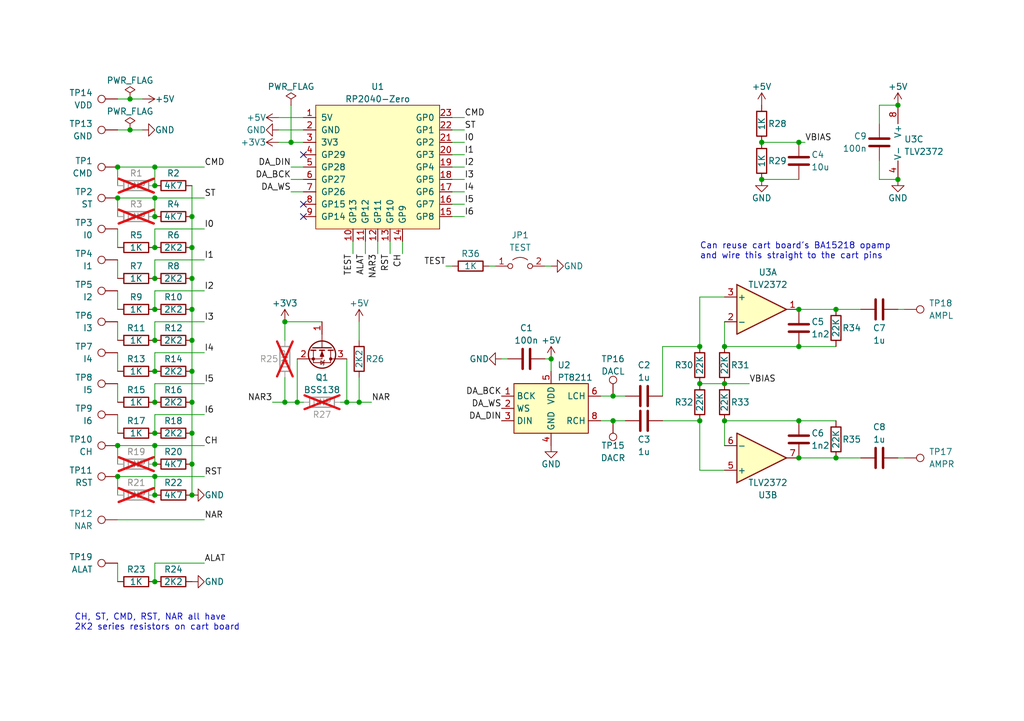
<source format=kicad_sch>
(kicad_sch (version 20230121) (generator eeschema)

  (uuid c4d6ecfa-c641-4a57-9d29-3124942a8d47)

  (paper "A5")

  (lib_symbols
    (symbol "Amplifier_Operational:TLV2372" (pin_names (offset 0.127)) (in_bom yes) (on_board yes)
      (property "Reference" "U" (at 0 5.08 0)
        (effects (font (size 1.27 1.27)) (justify left))
      )
      (property "Value" "TLV2372" (at 0 -5.08 0)
        (effects (font (size 1.27 1.27)) (justify left))
      )
      (property "Footprint" "" (at 0 0 0)
        (effects (font (size 1.27 1.27)) hide)
      )
      (property "Datasheet" "http://www.ti.com/lit/ds/symlink/tlv2375.pdf" (at 0 0 0)
        (effects (font (size 1.27 1.27)) hide)
      )
      (property "ki_locked" "" (at 0 0 0)
        (effects (font (size 1.27 1.27)))
      )
      (property "ki_keywords" "dual opamp" (at 0 0 0)
        (effects (font (size 1.27 1.27)) hide)
      )
      (property "ki_description" "Dual Rail-to-Rail Input/Output Operational Amplifier, DIP-8/SOIC-8/VSSOP-8" (at 0 0 0)
        (effects (font (size 1.27 1.27)) hide)
      )
      (property "ki_fp_filters" "SOIC*3.9x4.9mm*P1.27mm* DIP*W7.62mm* TO*99* OnSemi*Micro8* TSSOP*3x3mm*P0.65mm* TSSOP*4.4x3mm*P0.65mm* MSOP*3x3mm*P0.65mm* SSOP*3.9x4.9mm*P0.635mm* LFCSP*2x2mm*P0.5mm* *SIP* SOIC*5.3x6.2mm*P1.27mm*" (at 0 0 0)
        (effects (font (size 1.27 1.27)) hide)
      )
      (symbol "TLV2372_1_1"
        (polyline
          (pts
            (xy -5.08 5.08)
            (xy 5.08 0)
            (xy -5.08 -5.08)
            (xy -5.08 5.08)
          )
          (stroke (width 0.254) (type default))
          (fill (type background))
        )
        (pin output line (at 7.62 0 180) (length 2.54)
          (name "~" (effects (font (size 1.27 1.27))))
          (number "1" (effects (font (size 1.27 1.27))))
        )
        (pin input line (at -7.62 -2.54 0) (length 2.54)
          (name "-" (effects (font (size 1.27 1.27))))
          (number "2" (effects (font (size 1.27 1.27))))
        )
        (pin input line (at -7.62 2.54 0) (length 2.54)
          (name "+" (effects (font (size 1.27 1.27))))
          (number "3" (effects (font (size 1.27 1.27))))
        )
      )
      (symbol "TLV2372_2_1"
        (polyline
          (pts
            (xy -5.08 5.08)
            (xy 5.08 0)
            (xy -5.08 -5.08)
            (xy -5.08 5.08)
          )
          (stroke (width 0.254) (type default))
          (fill (type background))
        )
        (pin input line (at -7.62 2.54 0) (length 2.54)
          (name "+" (effects (font (size 1.27 1.27))))
          (number "5" (effects (font (size 1.27 1.27))))
        )
        (pin input line (at -7.62 -2.54 0) (length 2.54)
          (name "-" (effects (font (size 1.27 1.27))))
          (number "6" (effects (font (size 1.27 1.27))))
        )
        (pin output line (at 7.62 0 180) (length 2.54)
          (name "~" (effects (font (size 1.27 1.27))))
          (number "7" (effects (font (size 1.27 1.27))))
        )
      )
      (symbol "TLV2372_3_1"
        (pin power_in line (at -2.54 -7.62 90) (length 3.81)
          (name "V-" (effects (font (size 1.27 1.27))))
          (number "4" (effects (font (size 1.27 1.27))))
        )
        (pin power_in line (at -2.54 7.62 270) (length 3.81)
          (name "V+" (effects (font (size 1.27 1.27))))
          (number "8" (effects (font (size 1.27 1.27))))
        )
      )
    )
    (symbol "Connector:TestPoint" (pin_numbers hide) (pin_names (offset 0.762) hide) (in_bom yes) (on_board yes)
      (property "Reference" "TP" (at 0 6.858 0)
        (effects (font (size 1.27 1.27)))
      )
      (property "Value" "TestPoint" (at 0 5.08 0)
        (effects (font (size 1.27 1.27)))
      )
      (property "Footprint" "" (at 5.08 0 0)
        (effects (font (size 1.27 1.27)) hide)
      )
      (property "Datasheet" "~" (at 5.08 0 0)
        (effects (font (size 1.27 1.27)) hide)
      )
      (property "ki_keywords" "test point tp" (at 0 0 0)
        (effects (font (size 1.27 1.27)) hide)
      )
      (property "ki_description" "test point" (at 0 0 0)
        (effects (font (size 1.27 1.27)) hide)
      )
      (property "ki_fp_filters" "Pin* Test*" (at 0 0 0)
        (effects (font (size 1.27 1.27)) hide)
      )
      (symbol "TestPoint_0_1"
        (circle (center 0 3.302) (radius 0.762)
          (stroke (width 0) (type default))
          (fill (type none))
        )
      )
      (symbol "TestPoint_1_1"
        (pin passive line (at 0 0 90) (length 2.54)
          (name "1" (effects (font (size 1.27 1.27))))
          (number "1" (effects (font (size 1.27 1.27))))
        )
      )
    )
    (symbol "Device:C" (pin_numbers hide) (pin_names (offset 0.254)) (in_bom yes) (on_board yes)
      (property "Reference" "C" (at 0.635 2.54 0)
        (effects (font (size 1.27 1.27)) (justify left))
      )
      (property "Value" "C" (at 0.635 -2.54 0)
        (effects (font (size 1.27 1.27)) (justify left))
      )
      (property "Footprint" "" (at 0.9652 -3.81 0)
        (effects (font (size 1.27 1.27)) hide)
      )
      (property "Datasheet" "~" (at 0 0 0)
        (effects (font (size 1.27 1.27)) hide)
      )
      (property "ki_keywords" "cap capacitor" (at 0 0 0)
        (effects (font (size 1.27 1.27)) hide)
      )
      (property "ki_description" "Unpolarized capacitor" (at 0 0 0)
        (effects (font (size 1.27 1.27)) hide)
      )
      (property "ki_fp_filters" "C_*" (at 0 0 0)
        (effects (font (size 1.27 1.27)) hide)
      )
      (symbol "C_0_1"
        (polyline
          (pts
            (xy -2.032 -0.762)
            (xy 2.032 -0.762)
          )
          (stroke (width 0.508) (type default))
          (fill (type none))
        )
        (polyline
          (pts
            (xy -2.032 0.762)
            (xy 2.032 0.762)
          )
          (stroke (width 0.508) (type default))
          (fill (type none))
        )
      )
      (symbol "C_1_1"
        (pin passive line (at 0 3.81 270) (length 2.794)
          (name "~" (effects (font (size 1.27 1.27))))
          (number "1" (effects (font (size 1.27 1.27))))
        )
        (pin passive line (at 0 -3.81 90) (length 2.794)
          (name "~" (effects (font (size 1.27 1.27))))
          (number "2" (effects (font (size 1.27 1.27))))
        )
      )
    )
    (symbol "Device:R" (pin_numbers hide) (pin_names (offset 0)) (in_bom yes) (on_board yes)
      (property "Reference" "R" (at 2.032 0 90)
        (effects (font (size 1.27 1.27)))
      )
      (property "Value" "R" (at 0 0 90)
        (effects (font (size 1.27 1.27)))
      )
      (property "Footprint" "" (at -1.778 0 90)
        (effects (font (size 1.27 1.27)) hide)
      )
      (property "Datasheet" "~" (at 0 0 0)
        (effects (font (size 1.27 1.27)) hide)
      )
      (property "ki_keywords" "R res resistor" (at 0 0 0)
        (effects (font (size 1.27 1.27)) hide)
      )
      (property "ki_description" "Resistor" (at 0 0 0)
        (effects (font (size 1.27 1.27)) hide)
      )
      (property "ki_fp_filters" "R_*" (at 0 0 0)
        (effects (font (size 1.27 1.27)) hide)
      )
      (symbol "R_0_1"
        (rectangle (start -1.016 -2.54) (end 1.016 2.54)
          (stroke (width 0.254) (type default))
          (fill (type none))
        )
      )
      (symbol "R_1_1"
        (pin passive line (at 0 3.81 270) (length 1.27)
          (name "~" (effects (font (size 1.27 1.27))))
          (number "1" (effects (font (size 1.27 1.27))))
        )
        (pin passive line (at 0 -3.81 90) (length 1.27)
          (name "~" (effects (font (size 1.27 1.27))))
          (number "2" (effects (font (size 1.27 1.27))))
        )
      )
    )
    (symbol "Jumper:Jumper_2_Open" (pin_names (offset 0) hide) (in_bom yes) (on_board yes)
      (property "Reference" "JP" (at 0 2.794 0)
        (effects (font (size 1.27 1.27)))
      )
      (property "Value" "Jumper_2_Open" (at 0 -2.286 0)
        (effects (font (size 1.27 1.27)))
      )
      (property "Footprint" "" (at 0 0 0)
        (effects (font (size 1.27 1.27)) hide)
      )
      (property "Datasheet" "~" (at 0 0 0)
        (effects (font (size 1.27 1.27)) hide)
      )
      (property "ki_keywords" "Jumper SPST" (at 0 0 0)
        (effects (font (size 1.27 1.27)) hide)
      )
      (property "ki_description" "Jumper, 2-pole, open" (at 0 0 0)
        (effects (font (size 1.27 1.27)) hide)
      )
      (property "ki_fp_filters" "Jumper* TestPoint*2Pads* TestPoint*Bridge*" (at 0 0 0)
        (effects (font (size 1.27 1.27)) hide)
      )
      (symbol "Jumper_2_Open_0_0"
        (circle (center -2.032 0) (radius 0.508)
          (stroke (width 0) (type default))
          (fill (type none))
        )
        (circle (center 2.032 0) (radius 0.508)
          (stroke (width 0) (type default))
          (fill (type none))
        )
      )
      (symbol "Jumper_2_Open_0_1"
        (arc (start 1.524 1.27) (mid 0 1.778) (end -1.524 1.27)
          (stroke (width 0) (type default))
          (fill (type none))
        )
      )
      (symbol "Jumper_2_Open_1_1"
        (pin passive line (at -5.08 0 0) (length 2.54)
          (name "A" (effects (font (size 1.27 1.27))))
          (number "1" (effects (font (size 1.27 1.27))))
        )
        (pin passive line (at 5.08 0 180) (length 2.54)
          (name "B" (effects (font (size 1.27 1.27))))
          (number "2" (effects (font (size 1.27 1.27))))
        )
      )
    )
    (symbol "Transistor_FET:BSS138" (pin_names hide) (in_bom yes) (on_board yes)
      (property "Reference" "Q" (at 5.08 1.905 0)
        (effects (font (size 1.27 1.27)) (justify left))
      )
      (property "Value" "BSS138" (at 5.08 0 0)
        (effects (font (size 1.27 1.27)) (justify left))
      )
      (property "Footprint" "Package_TO_SOT_SMD:SOT-23" (at 5.08 -1.905 0)
        (effects (font (size 1.27 1.27) italic) (justify left) hide)
      )
      (property "Datasheet" "https://www.onsemi.com/pub/Collateral/BSS138-D.PDF" (at 0 0 0)
        (effects (font (size 1.27 1.27)) (justify left) hide)
      )
      (property "ki_keywords" "N-Channel MOSFET" (at 0 0 0)
        (effects (font (size 1.27 1.27)) hide)
      )
      (property "ki_description" "50V Vds, 0.22A Id, N-Channel MOSFET, SOT-23" (at 0 0 0)
        (effects (font (size 1.27 1.27)) hide)
      )
      (property "ki_fp_filters" "SOT?23*" (at 0 0 0)
        (effects (font (size 1.27 1.27)) hide)
      )
      (symbol "BSS138_0_1"
        (polyline
          (pts
            (xy 0.254 0)
            (xy -2.54 0)
          )
          (stroke (width 0) (type default))
          (fill (type none))
        )
        (polyline
          (pts
            (xy 0.254 1.905)
            (xy 0.254 -1.905)
          )
          (stroke (width 0.254) (type default))
          (fill (type none))
        )
        (polyline
          (pts
            (xy 0.762 -1.27)
            (xy 0.762 -2.286)
          )
          (stroke (width 0.254) (type default))
          (fill (type none))
        )
        (polyline
          (pts
            (xy 0.762 0.508)
            (xy 0.762 -0.508)
          )
          (stroke (width 0.254) (type default))
          (fill (type none))
        )
        (polyline
          (pts
            (xy 0.762 2.286)
            (xy 0.762 1.27)
          )
          (stroke (width 0.254) (type default))
          (fill (type none))
        )
        (polyline
          (pts
            (xy 2.54 2.54)
            (xy 2.54 1.778)
          )
          (stroke (width 0) (type default))
          (fill (type none))
        )
        (polyline
          (pts
            (xy 2.54 -2.54)
            (xy 2.54 0)
            (xy 0.762 0)
          )
          (stroke (width 0) (type default))
          (fill (type none))
        )
        (polyline
          (pts
            (xy 0.762 -1.778)
            (xy 3.302 -1.778)
            (xy 3.302 1.778)
            (xy 0.762 1.778)
          )
          (stroke (width 0) (type default))
          (fill (type none))
        )
        (polyline
          (pts
            (xy 1.016 0)
            (xy 2.032 0.381)
            (xy 2.032 -0.381)
            (xy 1.016 0)
          )
          (stroke (width 0) (type default))
          (fill (type outline))
        )
        (polyline
          (pts
            (xy 2.794 0.508)
            (xy 2.921 0.381)
            (xy 3.683 0.381)
            (xy 3.81 0.254)
          )
          (stroke (width 0) (type default))
          (fill (type none))
        )
        (polyline
          (pts
            (xy 3.302 0.381)
            (xy 2.921 -0.254)
            (xy 3.683 -0.254)
            (xy 3.302 0.381)
          )
          (stroke (width 0) (type default))
          (fill (type none))
        )
        (circle (center 1.651 0) (radius 2.794)
          (stroke (width 0.254) (type default))
          (fill (type none))
        )
        (circle (center 2.54 -1.778) (radius 0.254)
          (stroke (width 0) (type default))
          (fill (type outline))
        )
        (circle (center 2.54 1.778) (radius 0.254)
          (stroke (width 0) (type default))
          (fill (type outline))
        )
      )
      (symbol "BSS138_1_1"
        (pin input line (at -5.08 0 0) (length 2.54)
          (name "G" (effects (font (size 1.27 1.27))))
          (number "1" (effects (font (size 1.27 1.27))))
        )
        (pin passive line (at 2.54 -5.08 90) (length 2.54)
          (name "S" (effects (font (size 1.27 1.27))))
          (number "2" (effects (font (size 1.27 1.27))))
        )
        (pin passive line (at 2.54 5.08 270) (length 2.54)
          (name "D" (effects (font (size 1.27 1.27))))
          (number "3" (effects (font (size 1.27 1.27))))
        )
      )
    )
    (symbol "power:+3V3" (power) (pin_names (offset 0)) (in_bom yes) (on_board yes)
      (property "Reference" "#PWR" (at 0 -3.81 0)
        (effects (font (size 1.27 1.27)) hide)
      )
      (property "Value" "+3V3" (at 0 3.556 0)
        (effects (font (size 1.27 1.27)))
      )
      (property "Footprint" "" (at 0 0 0)
        (effects (font (size 1.27 1.27)) hide)
      )
      (property "Datasheet" "" (at 0 0 0)
        (effects (font (size 1.27 1.27)) hide)
      )
      (property "ki_keywords" "global power" (at 0 0 0)
        (effects (font (size 1.27 1.27)) hide)
      )
      (property "ki_description" "Power symbol creates a global label with name \"+3V3\"" (at 0 0 0)
        (effects (font (size 1.27 1.27)) hide)
      )
      (symbol "+3V3_0_1"
        (polyline
          (pts
            (xy -0.762 1.27)
            (xy 0 2.54)
          )
          (stroke (width 0) (type default))
          (fill (type none))
        )
        (polyline
          (pts
            (xy 0 0)
            (xy 0 2.54)
          )
          (stroke (width 0) (type default))
          (fill (type none))
        )
        (polyline
          (pts
            (xy 0 2.54)
            (xy 0.762 1.27)
          )
          (stroke (width 0) (type default))
          (fill (type none))
        )
      )
      (symbol "+3V3_1_1"
        (pin power_in line (at 0 0 90) (length 0) hide
          (name "+3V3" (effects (font (size 1.27 1.27))))
          (number "1" (effects (font (size 1.27 1.27))))
        )
      )
    )
    (symbol "power:+5V" (power) (pin_names (offset 0)) (in_bom yes) (on_board yes)
      (property "Reference" "#PWR" (at 0 -3.81 0)
        (effects (font (size 1.27 1.27)) hide)
      )
      (property "Value" "+5V" (at 0 3.556 0)
        (effects (font (size 1.27 1.27)))
      )
      (property "Footprint" "" (at 0 0 0)
        (effects (font (size 1.27 1.27)) hide)
      )
      (property "Datasheet" "" (at 0 0 0)
        (effects (font (size 1.27 1.27)) hide)
      )
      (property "ki_keywords" "global power" (at 0 0 0)
        (effects (font (size 1.27 1.27)) hide)
      )
      (property "ki_description" "Power symbol creates a global label with name \"+5V\"" (at 0 0 0)
        (effects (font (size 1.27 1.27)) hide)
      )
      (symbol "+5V_0_1"
        (polyline
          (pts
            (xy -0.762 1.27)
            (xy 0 2.54)
          )
          (stroke (width 0) (type default))
          (fill (type none))
        )
        (polyline
          (pts
            (xy 0 0)
            (xy 0 2.54)
          )
          (stroke (width 0) (type default))
          (fill (type none))
        )
        (polyline
          (pts
            (xy 0 2.54)
            (xy 0.762 1.27)
          )
          (stroke (width 0) (type default))
          (fill (type none))
        )
      )
      (symbol "+5V_1_1"
        (pin power_in line (at 0 0 90) (length 0) hide
          (name "+5V" (effects (font (size 1.27 1.27))))
          (number "1" (effects (font (size 1.27 1.27))))
        )
      )
    )
    (symbol "power:GND" (power) (pin_names (offset 0)) (in_bom yes) (on_board yes)
      (property "Reference" "#PWR" (at 0 -6.35 0)
        (effects (font (size 1.27 1.27)) hide)
      )
      (property "Value" "GND" (at 0 -3.81 0)
        (effects (font (size 1.27 1.27)))
      )
      (property "Footprint" "" (at 0 0 0)
        (effects (font (size 1.27 1.27)) hide)
      )
      (property "Datasheet" "" (at 0 0 0)
        (effects (font (size 1.27 1.27)) hide)
      )
      (property "ki_keywords" "global power" (at 0 0 0)
        (effects (font (size 1.27 1.27)) hide)
      )
      (property "ki_description" "Power symbol creates a global label with name \"GND\" , ground" (at 0 0 0)
        (effects (font (size 1.27 1.27)) hide)
      )
      (symbol "GND_0_1"
        (polyline
          (pts
            (xy 0 0)
            (xy 0 -1.27)
            (xy 1.27 -1.27)
            (xy 0 -2.54)
            (xy -1.27 -1.27)
            (xy 0 -1.27)
          )
          (stroke (width 0) (type default))
          (fill (type none))
        )
      )
      (symbol "GND_1_1"
        (pin power_in line (at 0 0 270) (length 0) hide
          (name "GND" (effects (font (size 1.27 1.27))))
          (number "1" (effects (font (size 1.27 1.27))))
        )
      )
    )
    (symbol "power:PWR_FLAG" (power) (pin_numbers hide) (pin_names (offset 0) hide) (in_bom yes) (on_board yes)
      (property "Reference" "#FLG" (at 0 1.905 0)
        (effects (font (size 1.27 1.27)) hide)
      )
      (property "Value" "PWR_FLAG" (at 0 3.81 0)
        (effects (font (size 1.27 1.27)))
      )
      (property "Footprint" "" (at 0 0 0)
        (effects (font (size 1.27 1.27)) hide)
      )
      (property "Datasheet" "~" (at 0 0 0)
        (effects (font (size 1.27 1.27)) hide)
      )
      (property "ki_keywords" "flag power" (at 0 0 0)
        (effects (font (size 1.27 1.27)) hide)
      )
      (property "ki_description" "Special symbol for telling ERC where power comes from" (at 0 0 0)
        (effects (font (size 1.27 1.27)) hide)
      )
      (symbol "PWR_FLAG_0_0"
        (pin power_out line (at 0 0 90) (length 0)
          (name "pwr" (effects (font (size 1.27 1.27))))
          (number "1" (effects (font (size 1.27 1.27))))
        )
      )
      (symbol "PWR_FLAG_0_1"
        (polyline
          (pts
            (xy 0 0)
            (xy 0 1.27)
            (xy -1.016 1.905)
            (xy 0 2.54)
            (xy 1.016 1.905)
            (xy 0 1.27)
          )
          (stroke (width 0) (type default))
          (fill (type none))
        )
      )
    )
    (symbol "project-parts:PT8211" (in_bom yes) (on_board yes)
      (property "Reference" "U" (at 1.27 8.89 0)
        (effects (font (size 1.27 1.27)) (justify left))
      )
      (property "Value" "PT8211" (at 1.27 6.35 0)
        (effects (font (size 1.27 1.27)) (justify left))
      )
      (property "Footprint" "" (at 0 0 0)
        (effects (font (size 1.27 1.27)) hide)
      )
      (property "Datasheet" "" (at 0 0 0)
        (effects (font (size 1.27 1.27)) hide)
      )
      (symbol "PT8211_1_1"
        (rectangle (start -7.62 5.08) (end 7.62 -5.08)
          (stroke (width 0.2) (type default))
          (fill (type background))
        )
        (pin input line (at -10.16 2.54 0) (length 2.54)
          (name "BCK" (effects (font (size 1.27 1.27))))
          (number "1" (effects (font (size 1.27 1.27))))
        )
        (pin input line (at -10.16 0 0) (length 2.54)
          (name "WS" (effects (font (size 1.27 1.27))))
          (number "2" (effects (font (size 1.27 1.27))))
        )
        (pin input line (at -10.16 -2.54 0) (length 2.54)
          (name "DIN" (effects (font (size 1.27 1.27))))
          (number "3" (effects (font (size 1.27 1.27))))
        )
        (pin power_in line (at 0 -7.62 90) (length 2.54)
          (name "GND" (effects (font (size 1.27 1.27))))
          (number "4" (effects (font (size 1.27 1.27))))
        )
        (pin power_in line (at 0 7.62 270) (length 2.54)
          (name "VDD" (effects (font (size 1.27 1.27))))
          (number "5" (effects (font (size 1.27 1.27))))
        )
        (pin output line (at 10.16 2.54 180) (length 2.54)
          (name "LCH" (effects (font (size 1.27 1.27))))
          (number "6" (effects (font (size 1.27 1.27))))
        )
        (pin output line (at 10.16 -2.54 180) (length 2.54)
          (name "RCH" (effects (font (size 1.27 1.27))))
          (number "8" (effects (font (size 1.27 1.27))))
        )
      )
    )
    (symbol "project-parts:RP2040-Zero" (pin_names (offset 1.016)) (in_bom yes) (on_board yes)
      (property "Reference" "U" (at 0 16.51 0)
        (effects (font (size 1.27 1.27)))
      )
      (property "Value" "RP2040-Zero" (at 0 13.97 0)
        (effects (font (size 1.27 1.27)))
      )
      (property "Footprint" "" (at -8.89 6.35 0)
        (effects (font (size 1.27 1.27)) hide)
      )
      (property "Datasheet" "" (at -8.89 6.35 0)
        (effects (font (size 1.27 1.27)) hide)
      )
      (symbol "RP2040-Zero_1_1"
        (rectangle (start -12.7 12.7) (end 12.7 -12.7)
          (stroke (width 0) (type default))
          (fill (type background))
        )
        (pin passive line (at -15.24 10.16 0) (length 2.54)
          (name "5V" (effects (font (size 1.27 1.27))))
          (number "1" (effects (font (size 1.27 1.27))))
        )
        (pin bidirectional line (at -5.08 -15.24 90) (length 2.54)
          (name "GP13" (effects (font (size 1.27 1.27))))
          (number "10" (effects (font (size 1.27 1.27))))
        )
        (pin bidirectional line (at -2.54 -15.24 90) (length 2.54)
          (name "GP12" (effects (font (size 1.27 1.27))))
          (number "11" (effects (font (size 1.27 1.27))))
        )
        (pin bidirectional line (at 0 -15.24 90) (length 2.54)
          (name "GP11" (effects (font (size 1.27 1.27))))
          (number "12" (effects (font (size 1.27 1.27))))
        )
        (pin bidirectional line (at 2.54 -15.24 90) (length 2.54)
          (name "GP10" (effects (font (size 1.27 1.27))))
          (number "13" (effects (font (size 1.27 1.27))))
        )
        (pin bidirectional line (at 5.08 -15.24 90) (length 2.54)
          (name "GP9" (effects (font (size 1.27 1.27))))
          (number "14" (effects (font (size 1.27 1.27))))
        )
        (pin bidirectional line (at 15.24 -10.16 180) (length 2.54)
          (name "GP8" (effects (font (size 1.27 1.27))))
          (number "15" (effects (font (size 1.27 1.27))))
        )
        (pin bidirectional line (at 15.24 -7.62 180) (length 2.54)
          (name "GP7" (effects (font (size 1.27 1.27))))
          (number "16" (effects (font (size 1.27 1.27))))
        )
        (pin bidirectional line (at 15.24 -5.08 180) (length 2.54)
          (name "GP6" (effects (font (size 1.27 1.27))))
          (number "17" (effects (font (size 1.27 1.27))))
        )
        (pin bidirectional line (at 15.24 -2.54 180) (length 2.54)
          (name "GP5" (effects (font (size 1.27 1.27))))
          (number "18" (effects (font (size 1.27 1.27))))
        )
        (pin bidirectional line (at 15.24 0 180) (length 2.54)
          (name "GP4" (effects (font (size 1.27 1.27))))
          (number "19" (effects (font (size 1.27 1.27))))
        )
        (pin passive line (at -15.24 7.62 0) (length 2.54)
          (name "GND" (effects (font (size 1.27 1.27))))
          (number "2" (effects (font (size 1.27 1.27))))
        )
        (pin bidirectional line (at 15.24 2.54 180) (length 2.54)
          (name "GP3" (effects (font (size 1.27 1.27))))
          (number "20" (effects (font (size 1.27 1.27))))
        )
        (pin bidirectional line (at 15.24 5.08 180) (length 2.54)
          (name "GP2" (effects (font (size 1.27 1.27))))
          (number "21" (effects (font (size 1.27 1.27))))
        )
        (pin bidirectional line (at 15.24 7.62 180) (length 2.54)
          (name "GP1" (effects (font (size 1.27 1.27))))
          (number "22" (effects (font (size 1.27 1.27))))
        )
        (pin bidirectional line (at 15.24 10.16 180) (length 2.54)
          (name "GP0" (effects (font (size 1.27 1.27))))
          (number "23" (effects (font (size 1.27 1.27))))
        )
        (pin passive line (at -15.24 5.08 0) (length 2.54)
          (name "3V3" (effects (font (size 1.27 1.27))))
          (number "3" (effects (font (size 1.27 1.27))))
        )
        (pin bidirectional line (at -15.24 2.54 0) (length 2.54)
          (name "GP29" (effects (font (size 1.27 1.27))))
          (number "4" (effects (font (size 1.27 1.27))))
        )
        (pin bidirectional line (at -15.24 0 0) (length 2.54)
          (name "GP28" (effects (font (size 1.27 1.27))))
          (number "5" (effects (font (size 1.27 1.27))))
        )
        (pin bidirectional line (at -15.24 -2.54 0) (length 2.54)
          (name "GP27" (effects (font (size 1.27 1.27))))
          (number "6" (effects (font (size 1.27 1.27))))
        )
        (pin bidirectional line (at -15.24 -5.08 0) (length 2.54)
          (name "GP26" (effects (font (size 1.27 1.27))))
          (number "7" (effects (font (size 1.27 1.27))))
        )
        (pin bidirectional line (at -15.24 -7.62 0) (length 2.54)
          (name "GP15" (effects (font (size 1.27 1.27))))
          (number "8" (effects (font (size 1.27 1.27))))
        )
        (pin bidirectional line (at -15.24 -10.16 0) (length 2.54)
          (name "GP14" (effects (font (size 1.27 1.27))))
          (number "9" (effects (font (size 1.27 1.27))))
        )
      )
    )
  )

  (junction (at 163.83 93.98) (diameter 0) (color 0 0 0 0)
    (uuid 04b9ce59-a263-4486-9a89-2c759ccd3d66)
  )
  (junction (at 163.83 71.12) (diameter 0) (color 0 0 0 0)
    (uuid 06a282c3-bb7f-4598-acd5-2c22a064d9fa)
  )
  (junction (at 143.51 86.36) (diameter 0) (color 0 0 0 0)
    (uuid 0792588f-474b-49fb-a618-ef54fdaec1b6)
  )
  (junction (at 58.42 82.55) (diameter 0) (color 0 0 0 0)
    (uuid 134d4c53-2292-4b9d-8b76-f6c998f50325)
  )
  (junction (at 24.13 40.64) (diameter 0) (color 0 0 0 0)
    (uuid 173aac85-5d3d-42a4-ae7f-a128cc0d7eb0)
  )
  (junction (at 163.83 63.5) (diameter 0) (color 0 0 0 0)
    (uuid 1e49569b-26a7-4425-a3ab-472cf9dac421)
  )
  (junction (at 24.13 97.79) (diameter 0) (color 0 0 0 0)
    (uuid 34a7fd61-fd02-4c3b-9d8c-3936217c70ab)
  )
  (junction (at 58.42 66.04) (diameter 0) (color 0 0 0 0)
    (uuid 3ab5b192-3a5e-40b1-ad9a-56259fce9c96)
  )
  (junction (at 73.66 82.55) (diameter 0) (color 0 0 0 0)
    (uuid 3cf31baa-cbbd-4bbc-b4d8-a101d808b550)
  )
  (junction (at 125.73 81.28) (diameter 0) (color 0 0 0 0)
    (uuid 3dd82825-f1de-4c75-8fa4-dca9ab91024a)
  )
  (junction (at 171.45 63.5) (diameter 0) (color 0 0 0 0)
    (uuid 415f1392-1416-4924-943d-4726f9355ea1)
  )
  (junction (at 24.13 34.29) (diameter 0) (color 0 0 0 0)
    (uuid 425a1346-8acc-4728-84de-1598581d3c1e)
  )
  (junction (at 31.75 38.1) (diameter 0) (color 0 0 0 0)
    (uuid 493a34a8-1037-4903-afd9-2382d0544f66)
  )
  (junction (at 31.75 50.8) (diameter 0) (color 0 0 0 0)
    (uuid 5772f07e-df74-47a0-8829-1fa79e75d5eb)
  )
  (junction (at 143.51 71.12) (diameter 0) (color 0 0 0 0)
    (uuid 5e90e7db-f693-427c-9117-b62191df09d2)
  )
  (junction (at 31.75 91.44) (diameter 0) (color 0 0 0 0)
    (uuid 5f835c9d-db3e-4c33-b2f0-d750ffec3e71)
  )
  (junction (at 163.83 29.21) (diameter 0) (color 0 0 0 0)
    (uuid 60edb049-6863-4a0b-b313-24a9ed801df0)
  )
  (junction (at 31.75 95.25) (diameter 0) (color 0 0 0 0)
    (uuid 6438ff68-a0d1-41c6-b8d4-215cd69eca1b)
  )
  (junction (at 31.75 97.79) (diameter 0) (color 0 0 0 0)
    (uuid 66bc5b47-e88c-4a80-a961-b11127c1073e)
  )
  (junction (at 143.51 78.74) (diameter 0) (color 0 0 0 0)
    (uuid 7493e75b-dfe4-4592-9212-3af47b92b0c1)
  )
  (junction (at 31.75 88.9) (diameter 0) (color 0 0 0 0)
    (uuid 74cf59f1-ab9d-4443-a1ca-5abd91bb4f4d)
  )
  (junction (at 148.59 78.74) (diameter 0) (color 0 0 0 0)
    (uuid 827650f2-69fe-4914-b579-0e037bb092cc)
  )
  (junction (at 59.69 29.21) (diameter 0) (color 0 0 0 0)
    (uuid 8412ca9b-63f9-488f-bbe0-a9ec6c69767a)
  )
  (junction (at 113.03 73.66) (diameter 0) (color 0 0 0 0)
    (uuid 89186669-c275-4c09-b787-c1ecbfc1cc85)
  )
  (junction (at 39.37 95.25) (diameter 0) (color 0 0 0 0)
    (uuid 8947118f-3a5f-410a-97a9-1e8b636c1f64)
  )
  (junction (at 31.75 76.2) (diameter 0) (color 0 0 0 0)
    (uuid 89584613-67eb-477a-a761-1a39a625098e)
  )
  (junction (at 31.75 34.29) (diameter 0) (color 0 0 0 0)
    (uuid 8e1d25ca-4827-45c9-a4d0-b849186e7df3)
  )
  (junction (at 31.75 101.6) (diameter 0) (color 0 0 0 0)
    (uuid 8ed9324e-d728-4523-a0c2-ea21d9c1b1eb)
  )
  (junction (at 31.75 40.64) (diameter 0) (color 0 0 0 0)
    (uuid 8faf7706-4480-409f-8f09-92cda0a9d2d4)
  )
  (junction (at 31.75 44.45) (diameter 0) (color 0 0 0 0)
    (uuid 95f9c314-85c4-4341-9964-a6ee1d393a16)
  )
  (junction (at 31.75 119.38) (diameter 0) (color 0 0 0 0)
    (uuid 9714f09b-191f-41eb-8459-79fd728a60c4)
  )
  (junction (at 26.67 20.32) (diameter 0) (color 0 0 0 0)
    (uuid 9926167b-acde-488d-8fc1-b572c5e93cb2)
  )
  (junction (at 125.73 86.36) (diameter 0) (color 0 0 0 0)
    (uuid 9d1acb06-970e-4786-bc07-81b0274396f0)
  )
  (junction (at 156.21 29.21) (diameter 0) (color 0 0 0 0)
    (uuid a093263b-07c8-4528-bbf4-738dbf56c432)
  )
  (junction (at 39.37 63.5) (diameter 0) (color 0 0 0 0)
    (uuid a3e6455d-d984-46e7-b03b-71998576b0de)
  )
  (junction (at 39.37 101.6) (diameter 0) (color 0 0 0 0)
    (uuid b2ce1397-6550-4342-b92e-d5d8282ccee7)
  )
  (junction (at 26.67 26.67) (diameter 0) (color 0 0 0 0)
    (uuid b56cd557-268c-40b4-a09d-a8780e8ac6fd)
  )
  (junction (at 31.75 63.5) (diameter 0) (color 0 0 0 0)
    (uuid c86c4074-6484-461e-9381-8da1891b7b84)
  )
  (junction (at 39.37 44.45) (diameter 0) (color 0 0 0 0)
    (uuid c9705dd9-8cff-4698-a59f-3a8bffef13a1)
  )
  (junction (at 39.37 50.8) (diameter 0) (color 0 0 0 0)
    (uuid cc90f9ff-d5b5-41db-b2e0-2ea83445b5da)
  )
  (junction (at 184.15 36.83) (diameter 0) (color 0 0 0 0)
    (uuid cdb7ddf8-cb6d-4623-86b3-ed5b2c5149a6)
  )
  (junction (at 39.37 57.15) (diameter 0) (color 0 0 0 0)
    (uuid d048adbd-df82-4590-ba4c-1ce1050b685a)
  )
  (junction (at 39.37 69.85) (diameter 0) (color 0 0 0 0)
    (uuid d3c1ceed-8786-4ef6-a808-22211c1dc243)
  )
  (junction (at 24.13 91.44) (diameter 0) (color 0 0 0 0)
    (uuid da77faae-8acd-4eeb-ace1-82de45b34d51)
  )
  (junction (at 39.37 76.2) (diameter 0) (color 0 0 0 0)
    (uuid dbdd6711-7a84-45a7-b3ec-ac68f8494951)
  )
  (junction (at 156.21 36.83) (diameter 0) (color 0 0 0 0)
    (uuid dbdd8766-a8e9-4568-ac69-e26b69b0442e)
  )
  (junction (at 148.59 71.12) (diameter 0) (color 0 0 0 0)
    (uuid dc4cf8cc-a767-4ba8-9376-701ee5c243e6)
  )
  (junction (at 39.37 88.9) (diameter 0) (color 0 0 0 0)
    (uuid e086b14c-e3ac-42be-9685-511550773403)
  )
  (junction (at 171.45 93.98) (diameter 0) (color 0 0 0 0)
    (uuid e79b22d6-a34a-42b2-a184-ec682e18bf0d)
  )
  (junction (at 31.75 82.55) (diameter 0) (color 0 0 0 0)
    (uuid e7e48fe2-e385-4b3a-abac-08054f653b8e)
  )
  (junction (at 71.12 82.55) (diameter 0) (color 0 0 0 0)
    (uuid ea7e1649-a9ab-4970-8863-348f72a24d57)
  )
  (junction (at 60.96 82.55) (diameter 0) (color 0 0 0 0)
    (uuid ed7b6f2c-992f-4749-926e-f2a69e276a9a)
  )
  (junction (at 163.83 86.36) (diameter 0) (color 0 0 0 0)
    (uuid f08d2f19-88df-4327-b0f0-86be9e0d8604)
  )
  (junction (at 39.37 82.55) (diameter 0) (color 0 0 0 0)
    (uuid f6acb171-6b25-45fe-ab5b-0dbc06461b7c)
  )
  (junction (at 184.15 21.59) (diameter 0) (color 0 0 0 0)
    (uuid f7b4be1a-217d-4fb7-bdd2-c1c1b6fdb476)
  )
  (junction (at 31.75 57.15) (diameter 0) (color 0 0 0 0)
    (uuid f85c3d0c-e61d-4ee4-92c8-ea9f59e5c009)
  )
  (junction (at 31.75 69.85) (diameter 0) (color 0 0 0 0)
    (uuid f9f9b365-79a3-4834-99c4-023fcb207918)
  )
  (junction (at 148.59 86.36) (diameter 0) (color 0 0 0 0)
    (uuid fc5d372f-7cfe-4d47-8071-d0f9178312de)
  )

  (no_connect (at 62.23 41.91) (uuid 18358724-b594-4309-8138-03b17b783bf8))
  (no_connect (at 62.23 31.75) (uuid 6441db2f-332b-4795-8794-a671fc4c4b2e))
  (no_connect (at 62.23 44.45) (uuid e3953f83-acfa-48bb-a229-a7f71558e09c))

  (wire (pts (xy 31.75 34.29) (xy 31.75 38.1))
    (stroke (width 0) (type default))
    (uuid 04484883-8350-4ecd-b3f0-db088e8f54ac)
  )
  (wire (pts (xy 163.83 71.12) (xy 171.45 71.12))
    (stroke (width 0) (type default))
    (uuid 062a1112-6d4c-4bce-9b0d-00aecca13795)
  )
  (wire (pts (xy 184.15 93.98) (xy 185.42 93.98))
    (stroke (width 0) (type default))
    (uuid 07f7030f-6ff9-4e74-b785-cfaaa9b9de3b)
  )
  (wire (pts (xy 135.89 81.28) (xy 135.89 71.12))
    (stroke (width 0) (type default))
    (uuid 089ff547-3b3b-48cb-86a6-4eac87f4c5ac)
  )
  (wire (pts (xy 135.89 71.12) (xy 143.51 71.12))
    (stroke (width 0) (type default))
    (uuid 0b872dc1-c1af-4aeb-bfad-51e848ef5814)
  )
  (wire (pts (xy 113.03 73.66) (xy 113.03 76.2))
    (stroke (width 0) (type default))
    (uuid 0d25dd77-0ca6-4493-aa23-f7310f7d7e36)
  )
  (wire (pts (xy 185.42 63.5) (xy 184.15 63.5))
    (stroke (width 0) (type default))
    (uuid 107af547-bec8-4cb9-8a52-fbf537e6bdcc)
  )
  (wire (pts (xy 143.51 78.74) (xy 148.59 78.74))
    (stroke (width 0) (type default))
    (uuid 115590b2-c674-48d7-a5a4-f440e65cee9e)
  )
  (wire (pts (xy 58.42 77.47) (xy 58.42 82.55))
    (stroke (width 0) (type default))
    (uuid 1207be68-c9fe-4b39-9960-0917c017e4a4)
  )
  (wire (pts (xy 31.75 66.04) (xy 31.75 69.85))
    (stroke (width 0) (type default))
    (uuid 12c9103e-2fb4-4b7b-81cb-a8a0bbda8d7d)
  )
  (wire (pts (xy 31.75 46.99) (xy 41.91 46.99))
    (stroke (width 0) (type default))
    (uuid 12df5858-3d5c-4c96-836d-9e620895af85)
  )
  (wire (pts (xy 31.75 53.34) (xy 41.91 53.34))
    (stroke (width 0) (type default))
    (uuid 13e9ce3f-967a-4804-a7ef-0160d26a80ef)
  )
  (wire (pts (xy 60.96 73.66) (xy 60.96 82.55))
    (stroke (width 0) (type default))
    (uuid 145d1978-fc52-40b3-9493-fdcea97341d3)
  )
  (wire (pts (xy 31.75 40.64) (xy 31.75 44.45))
    (stroke (width 0) (type default))
    (uuid 16ab6e22-79db-47c1-a83e-88da9297e58b)
  )
  (wire (pts (xy 26.67 20.32) (xy 29.21 20.32))
    (stroke (width 0) (type default))
    (uuid 1751cc6b-a89b-4739-a9c7-297186e0700b)
  )
  (wire (pts (xy 31.75 91.44) (xy 31.75 95.25))
    (stroke (width 0) (type default))
    (uuid 1a89d518-8733-45fd-b995-bc781f10ee8d)
  )
  (wire (pts (xy 156.21 36.83) (xy 163.83 36.83))
    (stroke (width 0) (type default))
    (uuid 1b74092d-4729-4016-b77c-9f4d065b4994)
  )
  (wire (pts (xy 39.37 38.1) (xy 39.37 44.45))
    (stroke (width 0) (type default))
    (uuid 1f912a10-e154-4405-8c19-d34004496ca1)
  )
  (wire (pts (xy 31.75 34.29) (xy 41.91 34.29))
    (stroke (width 0) (type default))
    (uuid 202bc51d-3497-4b15-a1ea-f599865af747)
  )
  (wire (pts (xy 26.67 26.67) (xy 29.21 26.67))
    (stroke (width 0) (type default))
    (uuid 25b68c03-ccfb-4b43-bf60-613a537b3079)
  )
  (wire (pts (xy 39.37 44.45) (xy 39.37 50.8))
    (stroke (width 0) (type default))
    (uuid 2650c423-b4ab-4a8e-b8e4-faac7b423fd7)
  )
  (wire (pts (xy 73.66 66.04) (xy 73.66 69.85))
    (stroke (width 0) (type default))
    (uuid 273d96e6-d5a6-460b-8054-355d4d42429d)
  )
  (wire (pts (xy 148.59 86.36) (xy 163.83 86.36))
    (stroke (width 0) (type default))
    (uuid 283e7762-9115-4d6f-adc5-40720d655ed9)
  )
  (wire (pts (xy 39.37 57.15) (xy 39.37 63.5))
    (stroke (width 0) (type default))
    (uuid 284f866c-3050-486d-904f-23f4f475d53a)
  )
  (wire (pts (xy 74.93 49.53) (xy 74.93 52.07))
    (stroke (width 0) (type default))
    (uuid 2b2a2d00-e02e-49cc-b4c9-c8ce773b01de)
  )
  (wire (pts (xy 24.13 97.79) (xy 24.13 101.6))
    (stroke (width 0) (type default))
    (uuid 2bfbfc06-8ce9-4e35-ad81-0dc45365714f)
  )
  (wire (pts (xy 31.75 59.69) (xy 41.91 59.69))
    (stroke (width 0) (type default))
    (uuid 2ed26bd7-51e5-4f0c-a574-9076f836276f)
  )
  (wire (pts (xy 31.75 85.09) (xy 31.75 88.9))
    (stroke (width 0) (type default))
    (uuid 2f3f2eed-e8fd-4235-a774-7076bcf286ef)
  )
  (wire (pts (xy 39.37 82.55) (xy 39.37 88.9))
    (stroke (width 0) (type default))
    (uuid 2f76e9b8-19da-4b1f-baf1-5ddc84bbf9d2)
  )
  (wire (pts (xy 31.75 115.57) (xy 31.75 119.38))
    (stroke (width 0) (type default))
    (uuid 2fdc1724-5bab-4181-9388-a6f3742e9b11)
  )
  (wire (pts (xy 58.42 66.04) (xy 58.42 69.85))
    (stroke (width 0) (type default))
    (uuid 2fe49a73-ca65-4e18-b693-e02720355d63)
  )
  (wire (pts (xy 148.59 86.36) (xy 148.59 91.44))
    (stroke (width 0) (type default))
    (uuid 308f812a-3ce1-4601-942d-38b64c172667)
  )
  (wire (pts (xy 24.13 91.44) (xy 24.13 95.25))
    (stroke (width 0) (type default))
    (uuid 33e699a6-9b99-4459-8099-7a7ed693eaf6)
  )
  (wire (pts (xy 180.34 36.83) (xy 184.15 36.83))
    (stroke (width 0) (type default))
    (uuid 376a80f2-a6f7-4b06-b806-bd401b184c92)
  )
  (wire (pts (xy 31.75 115.57) (xy 41.91 115.57))
    (stroke (width 0) (type default))
    (uuid 37f3ca1b-c3d1-460f-acdc-438147d1a0d8)
  )
  (wire (pts (xy 31.75 91.44) (xy 41.91 91.44))
    (stroke (width 0) (type default))
    (uuid 3c521cd4-2eb0-4394-9b54-37f8866e4cf6)
  )
  (wire (pts (xy 72.39 49.53) (xy 72.39 52.07))
    (stroke (width 0) (type default))
    (uuid 3c9067f5-0068-48fe-8ef6-64bda6191574)
  )
  (wire (pts (xy 24.13 66.04) (xy 24.13 69.85))
    (stroke (width 0) (type default))
    (uuid 3d071b6c-dad0-441c-af67-a01ba14067ac)
  )
  (wire (pts (xy 24.13 59.69) (xy 24.13 63.5))
    (stroke (width 0) (type default))
    (uuid 3eb525ec-c5ce-445c-9169-c6a0bf39fbdf)
  )
  (wire (pts (xy 59.69 36.83) (xy 62.23 36.83))
    (stroke (width 0) (type default))
    (uuid 404e757d-92ce-45ab-a2a7-1ba0ca206bf0)
  )
  (wire (pts (xy 77.47 52.07) (xy 77.47 49.53))
    (stroke (width 0) (type default))
    (uuid 431c83fc-af65-4f13-84f7-848684f1f0c2)
  )
  (wire (pts (xy 95.25 31.75) (xy 92.71 31.75))
    (stroke (width 0) (type default))
    (uuid 460e4c60-180e-4133-8de5-415012aa1fa3)
  )
  (wire (pts (xy 128.27 86.36) (xy 125.73 86.36))
    (stroke (width 0) (type default))
    (uuid 49121093-1a06-4e27-918e-700454f57190)
  )
  (wire (pts (xy 57.15 29.21) (xy 59.69 29.21))
    (stroke (width 0) (type default))
    (uuid 4998b91a-b48b-47c1-b7a2-d9aa62ffc37b)
  )
  (wire (pts (xy 176.53 63.5) (xy 171.45 63.5))
    (stroke (width 0) (type default))
    (uuid 49e671d7-abcf-49a3-8533-e039331e0eb4)
  )
  (wire (pts (xy 24.13 115.57) (xy 24.13 119.38))
    (stroke (width 0) (type default))
    (uuid 4ca03416-0be3-4c4b-bb1b-94239f824d6d)
  )
  (wire (pts (xy 148.59 71.12) (xy 163.83 71.12))
    (stroke (width 0) (type default))
    (uuid 4ebeef59-d275-40bc-a9ea-4e78c45ac1a6)
  )
  (wire (pts (xy 128.27 81.28) (xy 125.73 81.28))
    (stroke (width 0) (type default))
    (uuid 517efa0d-7b82-425e-92db-0463211e3136)
  )
  (wire (pts (xy 123.19 81.28) (xy 125.73 81.28))
    (stroke (width 0) (type default))
    (uuid 5189484b-47a7-493c-a0cc-02f203f831d8)
  )
  (wire (pts (xy 31.75 40.64) (xy 41.91 40.64))
    (stroke (width 0) (type default))
    (uuid 53bc490d-6b64-4f3f-ac61-1ec1b4f8e83d)
  )
  (wire (pts (xy 60.96 82.55) (xy 62.23 82.55))
    (stroke (width 0) (type default))
    (uuid 53d5d6ee-4f7a-491c-b620-bc864d25eca7)
  )
  (wire (pts (xy 39.37 88.9) (xy 39.37 95.25))
    (stroke (width 0) (type default))
    (uuid 56993558-e530-4ce8-be71-bc0d99b37aa6)
  )
  (wire (pts (xy 31.75 66.04) (xy 41.91 66.04))
    (stroke (width 0) (type default))
    (uuid 5a6f67bc-4b0e-4aa4-903b-ca6d19775f80)
  )
  (wire (pts (xy 71.12 82.55) (xy 69.85 82.55))
    (stroke (width 0) (type default))
    (uuid 5baa685b-47ff-4e73-b937-d9ee04815665)
  )
  (wire (pts (xy 31.75 46.99) (xy 31.75 50.8))
    (stroke (width 0) (type default))
    (uuid 6173aba4-ed18-4d7e-97b3-30fcec7a313a)
  )
  (wire (pts (xy 80.01 49.53) (xy 80.01 52.07))
    (stroke (width 0) (type default))
    (uuid 62990b5f-1520-42a1-8551-4dbe70beb680)
  )
  (wire (pts (xy 143.51 96.52) (xy 148.59 96.52))
    (stroke (width 0) (type default))
    (uuid 648f142b-a591-49c2-bb44-06f4f326b602)
  )
  (wire (pts (xy 24.13 72.39) (xy 24.13 76.2))
    (stroke (width 0) (type default))
    (uuid 64fbbe12-2ed9-47a5-9320-2a5c9faed2b3)
  )
  (wire (pts (xy 39.37 63.5) (xy 39.37 69.85))
    (stroke (width 0) (type default))
    (uuid 65d17856-de35-4b48-bd0a-d58fe97b17c9)
  )
  (wire (pts (xy 171.45 93.98) (xy 176.53 93.98))
    (stroke (width 0) (type default))
    (uuid 6657ed8e-f258-47e5-8e3f-58103f628074)
  )
  (wire (pts (xy 31.75 72.39) (xy 41.91 72.39))
    (stroke (width 0) (type default))
    (uuid 68ec704a-d2a2-4ece-ad96-4c509a06130c)
  )
  (wire (pts (xy 31.75 78.74) (xy 31.75 82.55))
    (stroke (width 0) (type default))
    (uuid 7162f003-c8bd-4147-b43d-dcbb665b0845)
  )
  (wire (pts (xy 95.25 41.91) (xy 92.71 41.91))
    (stroke (width 0) (type default))
    (uuid 720444f0-a15e-410b-8465-eb66ffd95c76)
  )
  (wire (pts (xy 95.25 34.29) (xy 92.71 34.29))
    (stroke (width 0) (type default))
    (uuid 740e0460-2fba-4823-8878-ad7e6c643f73)
  )
  (wire (pts (xy 59.69 39.37) (xy 62.23 39.37))
    (stroke (width 0) (type default))
    (uuid 7425cf62-1d24-4e72-aa54-eaf34f62fbd6)
  )
  (wire (pts (xy 148.59 60.96) (xy 143.51 60.96))
    (stroke (width 0) (type default))
    (uuid 744c662b-288c-4571-88b4-68e6e27bf19a)
  )
  (wire (pts (xy 180.34 33.02) (xy 180.34 36.83))
    (stroke (width 0) (type default))
    (uuid 7520b514-d951-4567-a470-801c34c47af0)
  )
  (wire (pts (xy 95.25 36.83) (xy 92.71 36.83))
    (stroke (width 0) (type default))
    (uuid 795e588a-3d44-4174-bca5-f1020c78b1e6)
  )
  (wire (pts (xy 148.59 66.04) (xy 148.59 71.12))
    (stroke (width 0) (type default))
    (uuid 7a4cf932-a1dd-4b5e-83ea-0dac97b4d523)
  )
  (wire (pts (xy 143.51 86.36) (xy 143.51 96.52))
    (stroke (width 0) (type default))
    (uuid 7cbaaea5-bf20-41ce-b304-24cb426f204b)
  )
  (wire (pts (xy 31.75 53.34) (xy 31.75 57.15))
    (stroke (width 0) (type default))
    (uuid 806ab73b-f8fa-4b06-ba5a-cfcec7c90bd9)
  )
  (wire (pts (xy 171.45 86.36) (xy 163.83 86.36))
    (stroke (width 0) (type default))
    (uuid 8293b140-247c-4777-b412-9b307faf1e5f)
  )
  (wire (pts (xy 156.21 29.21) (xy 163.83 29.21))
    (stroke (width 0) (type default))
    (uuid 84068a6e-3005-442a-8c95-e28fb6885234)
  )
  (wire (pts (xy 104.14 73.66) (xy 102.87 73.66))
    (stroke (width 0) (type default))
    (uuid 8d002774-9ac0-4119-9617-8808998f070e)
  )
  (wire (pts (xy 24.13 20.32) (xy 26.67 20.32))
    (stroke (width 0) (type default))
    (uuid 8f0dc380-b5eb-49ac-af2c-6c1083fc1ace)
  )
  (wire (pts (xy 39.37 95.25) (xy 39.37 101.6))
    (stroke (width 0) (type default))
    (uuid 93018968-1316-44be-b74d-a47b83eac651)
  )
  (wire (pts (xy 24.13 106.68) (xy 41.91 106.68))
    (stroke (width 0) (type default))
    (uuid 932504ac-e8e0-4fd9-868c-915178403d60)
  )
  (wire (pts (xy 24.13 26.67) (xy 26.67 26.67))
    (stroke (width 0) (type default))
    (uuid 935bc5a3-0b6a-417f-b145-d00ddf44e606)
  )
  (wire (pts (xy 73.66 82.55) (xy 73.66 77.47))
    (stroke (width 0) (type default))
    (uuid 94c024a1-ac4c-437d-8bbc-568a36b784c5)
  )
  (wire (pts (xy 24.13 78.74) (xy 24.13 82.55))
    (stroke (width 0) (type default))
    (uuid 95f1e569-9072-411b-b51e-20ee625c61d9)
  )
  (wire (pts (xy 55.88 82.55) (xy 58.42 82.55))
    (stroke (width 0) (type default))
    (uuid 98e76e34-31bd-4ae6-bb49-ad2065934c6a)
  )
  (wire (pts (xy 24.13 85.09) (xy 24.13 88.9))
    (stroke (width 0) (type default))
    (uuid 9996d280-64d4-401b-a554-9a9685378739)
  )
  (wire (pts (xy 71.12 82.55) (xy 73.66 82.55))
    (stroke (width 0) (type default))
    (uuid 999e537b-bb2d-44b7-8e8c-958d44b6411e)
  )
  (wire (pts (xy 95.25 29.21) (xy 92.71 29.21))
    (stroke (width 0) (type default))
    (uuid 9a3b6e14-09d5-470e-af94-26daaad945ab)
  )
  (wire (pts (xy 91.44 54.61) (xy 92.71 54.61))
    (stroke (width 0) (type default))
    (uuid 9f1ea759-74f3-4412-8a87-fe2e71ca888f)
  )
  (wire (pts (xy 31.75 97.79) (xy 31.75 101.6))
    (stroke (width 0) (type default))
    (uuid a003b34a-72c2-438b-ac8a-22d99e84dfd0)
  )
  (wire (pts (xy 24.13 40.64) (xy 31.75 40.64))
    (stroke (width 0) (type default))
    (uuid a09a4535-929d-410a-b2f7-8af0ffad4701)
  )
  (wire (pts (xy 82.55 49.53) (xy 82.55 52.07))
    (stroke (width 0) (type default))
    (uuid a165914e-d146-442f-828a-913f5438e8cc)
  )
  (wire (pts (xy 59.69 34.29) (xy 62.23 34.29))
    (stroke (width 0) (type default))
    (uuid a1b8c276-5d5a-49a9-9cdd-fb071e0da2fc)
  )
  (wire (pts (xy 111.76 54.61) (xy 113.03 54.61))
    (stroke (width 0) (type default))
    (uuid a2a3adfa-0ac9-439b-b2ce-35baf9b0dbe8)
  )
  (wire (pts (xy 163.83 63.5) (xy 171.45 63.5))
    (stroke (width 0) (type default))
    (uuid aaf07c54-bed0-4621-96f8-b51ea3ace6d3)
  )
  (wire (pts (xy 59.69 21.59) (xy 59.69 29.21))
    (stroke (width 0) (type default))
    (uuid ab1ab462-4efb-473d-90e8-809b3f5487d1)
  )
  (wire (pts (xy 180.34 21.59) (xy 184.15 21.59))
    (stroke (width 0) (type default))
    (uuid abf31864-b17d-4122-ba94-1226ab883d8e)
  )
  (wire (pts (xy 24.13 53.34) (xy 24.13 57.15))
    (stroke (width 0) (type default))
    (uuid acf4dad8-a7bd-4b0c-9c29-fa95fa410fe0)
  )
  (wire (pts (xy 73.66 82.55) (xy 76.2 82.55))
    (stroke (width 0) (type default))
    (uuid adbf5774-4307-4779-9fdf-b818118b472b)
  )
  (wire (pts (xy 123.19 86.36) (xy 125.73 86.36))
    (stroke (width 0) (type default))
    (uuid af6f6886-f8d6-4794-a8ce-bed6caddf778)
  )
  (wire (pts (xy 24.13 34.29) (xy 24.13 38.1))
    (stroke (width 0) (type default))
    (uuid b03c553a-175f-4c1c-b179-eed5f0d4ad72)
  )
  (wire (pts (xy 31.75 91.44) (xy 24.13 91.44))
    (stroke (width 0) (type default))
    (uuid b1a86407-efa4-4a15-a362-d167d0969b54)
  )
  (wire (pts (xy 57.15 26.67) (xy 62.23 26.67))
    (stroke (width 0) (type default))
    (uuid b2c06d8e-649c-4865-8ab0-2734aa2c6b50)
  )
  (wire (pts (xy 39.37 76.2) (xy 39.37 82.55))
    (stroke (width 0) (type default))
    (uuid b397b1cf-6042-42af-8d7a-afea2852236f)
  )
  (wire (pts (xy 57.15 24.13) (xy 62.23 24.13))
    (stroke (width 0) (type default))
    (uuid b3c04f56-2254-453d-ac72-711f6abfb495)
  )
  (wire (pts (xy 92.71 24.13) (xy 95.25 24.13))
    (stroke (width 0) (type default))
    (uuid b41aa2bb-1998-4023-b906-d7322ab2a17e)
  )
  (wire (pts (xy 31.75 97.79) (xy 24.13 97.79))
    (stroke (width 0) (type default))
    (uuid b4a3bac3-2842-413e-94dd-83148417db30)
  )
  (wire (pts (xy 143.51 60.96) (xy 143.51 71.12))
    (stroke (width 0) (type default))
    (uuid b6b367b6-8563-485d-bc86-0a11a898ae24)
  )
  (wire (pts (xy 100.33 54.61) (xy 101.6 54.61))
    (stroke (width 0) (type default))
    (uuid b6d31ee1-597b-4b77-91c5-93829729766c)
  )
  (wire (pts (xy 95.25 39.37) (xy 92.71 39.37))
    (stroke (width 0) (type default))
    (uuid bb99c78a-d14d-4b8e-af9e-10254cf75185)
  )
  (wire (pts (xy 92.71 26.67) (xy 95.25 26.67))
    (stroke (width 0) (type default))
    (uuid be807a2b-4dc8-4843-8dc4-8189243d095c)
  )
  (wire (pts (xy 39.37 69.85) (xy 39.37 76.2))
    (stroke (width 0) (type default))
    (uuid c05e443f-7a8b-43c3-95f1-f8b365a2fb2e)
  )
  (wire (pts (xy 163.83 93.98) (xy 171.45 93.98))
    (stroke (width 0) (type default))
    (uuid c061fdf0-fed5-4c3e-bdb7-fba9b425cb04)
  )
  (wire (pts (xy 24.13 46.99) (xy 24.13 50.8))
    (stroke (width 0) (type default))
    (uuid c0f5d761-28fe-4445-a2c7-5f022a680ee0)
  )
  (wire (pts (xy 163.83 29.21) (xy 165.1 29.21))
    (stroke (width 0) (type default))
    (uuid c7ac1083-a5f6-4771-8b36-f7ae4d0d564e)
  )
  (wire (pts (xy 58.42 82.55) (xy 60.96 82.55))
    (stroke (width 0) (type default))
    (uuid c7fc9c5b-3ea2-47fe-85d9-16d520436222)
  )
  (wire (pts (xy 31.75 72.39) (xy 31.75 76.2))
    (stroke (width 0) (type default))
    (uuid cfc537d5-9df6-480a-8487-09d76f1bfb7d)
  )
  (wire (pts (xy 31.75 59.69) (xy 31.75 63.5))
    (stroke (width 0) (type default))
    (uuid d47b1eb9-a2d3-4f93-87b0-36ffe70be1ee)
  )
  (wire (pts (xy 71.12 73.66) (xy 71.12 82.55))
    (stroke (width 0) (type default))
    (uuid d91d0cf3-5a8e-433c-8a18-90c02fc145be)
  )
  (wire (pts (xy 31.75 97.79) (xy 41.91 97.79))
    (stroke (width 0) (type default))
    (uuid de7b4a1d-97ab-494c-a4ae-0e0c95d497f7)
  )
  (wire (pts (xy 95.25 44.45) (xy 92.71 44.45))
    (stroke (width 0) (type default))
    (uuid e7fd692c-8711-4e19-bcd9-5ab1693fd39f)
  )
  (wire (pts (xy 135.89 86.36) (xy 143.51 86.36))
    (stroke (width 0) (type default))
    (uuid f0dd89eb-e997-433b-827c-1cce9b847984)
  )
  (wire (pts (xy 24.13 40.64) (xy 24.13 44.45))
    (stroke (width 0) (type default))
    (uuid f29c8836-3e4c-4afa-9df8-332d7a9031d7)
  )
  (wire (pts (xy 59.69 29.21) (xy 62.23 29.21))
    (stroke (width 0) (type default))
    (uuid f61c2f0e-da50-41a7-8d3a-e0777b465898)
  )
  (wire (pts (xy 153.67 78.74) (xy 148.59 78.74))
    (stroke (width 0) (type default))
    (uuid f804e614-4775-4bee-ae0e-c650d1449014)
  )
  (wire (pts (xy 39.37 50.8) (xy 39.37 57.15))
    (stroke (width 0) (type default))
    (uuid f910b3ad-d098-46b7-b6a6-0fb59b4dcc92)
  )
  (wire (pts (xy 24.13 34.29) (xy 31.75 34.29))
    (stroke (width 0) (type default))
    (uuid fa49d2be-8320-4a41-acc0-998e004a81f9)
  )
  (wire (pts (xy 180.34 25.4) (xy 180.34 21.59))
    (stroke (width 0) (type default))
    (uuid fb6ad364-a7b5-419c-aad1-02469c7900f9)
  )
  (wire (pts (xy 111.76 73.66) (xy 113.03 73.66))
    (stroke (width 0) (type default))
    (uuid fc27c670-e5d5-4b39-9c79-ad017ebf0dc2)
  )
  (wire (pts (xy 31.75 78.74) (xy 41.91 78.74))
    (stroke (width 0) (type default))
    (uuid fce29f2b-79fb-4900-81e6-da02c20d7843)
  )
  (wire (pts (xy 58.42 66.04) (xy 66.04 66.04))
    (stroke (width 0) (type default))
    (uuid fd9fa0a2-b91e-4b5f-a890-9b243f25081f)
  )
  (wire (pts (xy 31.75 85.09) (xy 41.91 85.09))
    (stroke (width 0) (type default))
    (uuid ffd8e177-0822-4e7c-89fd-ae5e4ff3337f)
  )

  (text "Can reuse cart board's BA15218 opamp\nand wire this straight to the cart pins"
    (at 143.51 53.34 0)
    (effects (font (size 1.27 1.27)) (justify left bottom))
    (uuid 17b1f7c0-7842-4193-85a1-28afa97dcfcd)
  )
  (text "CH, ST, CMD, RST, NAR all have\n2K2 series resistors on cart board"
    (at 15.24 129.54 0)
    (effects (font (size 1.27 1.27)) (justify left bottom))
    (uuid ba69ad06-c6f4-491e-a1ad-fbe2817b6dd3)
  )

  (label "DA_WS" (at 102.87 83.82 180) (fields_autoplaced)
    (effects (font (size 1.27 1.27)) (justify right bottom))
    (uuid 020e7be7-edad-4112-bc40-23421b32ce9a)
  )
  (label "DA_BCK" (at 59.69 36.83 180) (fields_autoplaced)
    (effects (font (size 1.27 1.27)) (justify right bottom))
    (uuid 0494ff59-4744-4c58-9ef3-35f3139b5abd)
  )
  (label "CMD" (at 41.91 34.29 0) (fields_autoplaced)
    (effects (font (size 1.27 1.27)) (justify left bottom))
    (uuid 0563f631-dc7e-4e66-a4b6-6d506383af8d)
  )
  (label "I5" (at 95.25 41.91 0) (fields_autoplaced)
    (effects (font (size 1.27 1.27)) (justify left bottom))
    (uuid 08a1997b-9e50-4e25-9c9d-d9463b8c35a7)
  )
  (label "I6" (at 41.91 85.09 0) (fields_autoplaced)
    (effects (font (size 1.27 1.27)) (justify left bottom))
    (uuid 0a2adc66-5971-4414-a42d-1fb8536bff3f)
  )
  (label "NAR" (at 76.2 82.55 0) (fields_autoplaced)
    (effects (font (size 1.27 1.27)) (justify left bottom))
    (uuid 0b61528a-8cf6-4fa8-b4cd-dc046d3fdb13)
  )
  (label "CH" (at 82.55 52.07 270) (fields_autoplaced)
    (effects (font (size 1.27 1.27)) (justify right bottom))
    (uuid 17eaa9ba-fd2a-4e69-b527-200d2d9cacff)
  )
  (label "DA_DIN" (at 102.87 86.36 180) (fields_autoplaced)
    (effects (font (size 1.27 1.27)) (justify right bottom))
    (uuid 181844ed-d0b5-4da6-814c-4503b1113dfd)
  )
  (label "ALAT" (at 74.93 52.07 270) (fields_autoplaced)
    (effects (font (size 1.27 1.27)) (justify right bottom))
    (uuid 1833444b-aeb0-4835-9886-155139bbd547)
  )
  (label "TEST" (at 72.39 52.07 270) (fields_autoplaced)
    (effects (font (size 1.27 1.27)) (justify right bottom))
    (uuid 1ae7c213-d678-4063-bedb-4e4086a2c1e9)
  )
  (label "I3" (at 95.25 36.83 0) (fields_autoplaced)
    (effects (font (size 1.27 1.27)) (justify left bottom))
    (uuid 1e6f7c01-ee2f-4b00-88a2-ef76c7da65f5)
  )
  (label "I1" (at 95.25 31.75 0) (fields_autoplaced)
    (effects (font (size 1.27 1.27)) (justify left bottom))
    (uuid 2200373f-b97e-4c21-99b4-9fed31833c43)
  )
  (label "I0" (at 95.25 29.21 0) (fields_autoplaced)
    (effects (font (size 1.27 1.27)) (justify left bottom))
    (uuid 2229d91d-c4f1-49b8-807f-c66a0af9ec5d)
  )
  (label "I6" (at 95.25 44.45 0) (fields_autoplaced)
    (effects (font (size 1.27 1.27)) (justify left bottom))
    (uuid 267ee43f-63fa-4c67-92aa-2dabe6d2d8e4)
  )
  (label "CH" (at 41.91 91.44 0) (fields_autoplaced)
    (effects (font (size 1.27 1.27)) (justify left bottom))
    (uuid 3450d49e-4040-4f62-86f1-2e6ba9140e00)
  )
  (label "I4" (at 41.91 72.39 0) (fields_autoplaced)
    (effects (font (size 1.27 1.27)) (justify left bottom))
    (uuid 5f9b7c6d-dd7b-4564-9135-5d5ba9b3eaf8)
  )
  (label "CMD" (at 95.25 24.13 0) (fields_autoplaced)
    (effects (font (size 1.27 1.27)) (justify left bottom))
    (uuid 623609b2-e3fb-4ee1-b853-0f3636a4e1d4)
  )
  (label "NAR3" (at 55.88 82.55 180) (fields_autoplaced)
    (effects (font (size 1.27 1.27)) (justify right bottom))
    (uuid 6f49dbf6-3dbe-4c72-9aaa-3ea378a52d1a)
  )
  (label "ST" (at 41.91 40.64 0) (fields_autoplaced)
    (effects (font (size 1.27 1.27)) (justify left bottom))
    (uuid 70e6dc91-b41e-4554-b7e4-542c5576aeea)
  )
  (label "NAR3" (at 77.47 52.07 270) (fields_autoplaced)
    (effects (font (size 1.27 1.27)) (justify right bottom))
    (uuid 76b02853-9618-4655-ad34-ade77b8f52f5)
  )
  (label "RST" (at 80.01 52.07 270) (fields_autoplaced)
    (effects (font (size 1.27 1.27)) (justify right bottom))
    (uuid 7839aa70-4d87-452c-b258-82e352cf557c)
  )
  (label "I2" (at 41.91 59.69 0) (fields_autoplaced)
    (effects (font (size 1.27 1.27)) (justify left bottom))
    (uuid 7eaac7a9-5204-489b-bde1-943637b156b8)
  )
  (label "ALAT" (at 41.91 115.57 0) (fields_autoplaced)
    (effects (font (size 1.27 1.27)) (justify left bottom))
    (uuid 804fba88-fcaa-48bd-bcaa-a6a2c80899ac)
  )
  (label "TEST" (at 91.44 54.61 180) (fields_autoplaced)
    (effects (font (size 1.27 1.27)) (justify right bottom))
    (uuid 83717f3e-0af7-42e1-837c-afb92e51edf9)
  )
  (label "RST" (at 41.91 97.79 0) (fields_autoplaced)
    (effects (font (size 1.27 1.27)) (justify left bottom))
    (uuid 87f11a5c-ad59-46ee-ba73-39316440caa1)
  )
  (label "I4" (at 95.25 39.37 0) (fields_autoplaced)
    (effects (font (size 1.27 1.27)) (justify left bottom))
    (uuid 89a812b0-fb85-4c1d-965f-032404ac50f2)
  )
  (label "DA_BCK" (at 102.87 81.28 180) (fields_autoplaced)
    (effects (font (size 1.27 1.27)) (justify right bottom))
    (uuid a76f0ea0-e60a-4f58-ab15-b071c335ce18)
  )
  (label "I2" (at 95.25 34.29 0) (fields_autoplaced)
    (effects (font (size 1.27 1.27)) (justify left bottom))
    (uuid acd973e6-89dc-4a88-8773-a0f0f4f5e441)
  )
  (label "I0" (at 41.91 46.99 0) (fields_autoplaced)
    (effects (font (size 1.27 1.27)) (justify left bottom))
    (uuid ae28dd39-8bde-4350-9ab7-476505e9656c)
  )
  (label "VBIAS" (at 165.1 29.21 0) (fields_autoplaced)
    (effects (font (size 1.27 1.27)) (justify left bottom))
    (uuid b3de7837-d10e-41d4-bfb7-20f46126403e)
  )
  (label "DA_DIN" (at 59.69 34.29 180) (fields_autoplaced)
    (effects (font (size 1.27 1.27)) (justify right bottom))
    (uuid b7c695b2-84d5-4d81-acb5-19a11f634e1e)
  )
  (label "VBIAS" (at 153.67 78.74 0) (fields_autoplaced)
    (effects (font (size 1.27 1.27)) (justify left bottom))
    (uuid c124d097-c43b-430c-8414-e184737480a1)
  )
  (label "I5" (at 41.91 78.74 0) (fields_autoplaced)
    (effects (font (size 1.27 1.27)) (justify left bottom))
    (uuid cc20892f-f056-426f-a552-65405bc428a1)
  )
  (label "I1" (at 41.91 53.34 0) (fields_autoplaced)
    (effects (font (size 1.27 1.27)) (justify left bottom))
    (uuid deb400d8-4f5e-434c-9b20-67f8e69e332a)
  )
  (label "DA_WS" (at 59.69 39.37 180) (fields_autoplaced)
    (effects (font (size 1.27 1.27)) (justify right bottom))
    (uuid e53dcaf1-6ce3-405d-bf50-5646716eb64d)
  )
  (label "NAR" (at 41.91 106.68 0) (fields_autoplaced)
    (effects (font (size 1.27 1.27)) (justify left bottom))
    (uuid ea99f825-bf8f-4628-8644-79ed66427b99)
  )
  (label "ST" (at 95.25 26.67 0) (fields_autoplaced)
    (effects (font (size 1.27 1.27)) (justify left bottom))
    (uuid ec288cbd-ff78-4d9a-b30b-9656d7ecc882)
  )
  (label "I3" (at 41.91 66.04 0) (fields_autoplaced)
    (effects (font (size 1.27 1.27)) (justify left bottom))
    (uuid fc81dc9c-9ea4-4e5d-94f5-6bfc1881f62e)
  )

  (symbol (lib_id "Device:R") (at 35.56 119.38 90) (unit 1)
    (in_bom yes) (on_board yes) (dnp no)
    (uuid 04b98a57-195c-4f3a-b943-969db1c96cb2)
    (property "Reference" "R24" (at 35.56 116.84 90)
      (effects (font (size 1.27 1.27)))
    )
    (property "Value" "2K2" (at 35.56 119.38 90)
      (effects (font (size 1.27 1.27)))
    )
    (property "Footprint" "Resistor_SMD:R_0603_1608Metric" (at 35.56 121.158 90)
      (effects (font (size 1.27 1.27)) hide)
    )
    (property "Datasheet" "~" (at 35.56 119.38 0)
      (effects (font (size 1.27 1.27)) hide)
    )
    (pin "1" (uuid 04b9db4c-27ec-411b-8ec0-1d9ef1982121))
    (pin "2" (uuid f0aa2a2b-32ef-4ff8-9bf9-ef8fd482fc1d))
    (instances
      (project "Wanwan-BakuBlaster"
        (path "/c4d6ecfa-c641-4a57-9d29-3124942a8d47"
          (reference "R24") (unit 1)
        )
      )
    )
  )

  (symbol (lib_id "Connector:TestPoint") (at 24.13 20.32 90) (unit 1)
    (in_bom yes) (on_board yes) (dnp no)
    (uuid 063f015c-c983-418c-b188-93b3c5c94cc3)
    (property "Reference" "TP14" (at 19.05 19.05 90)
      (effects (font (size 1.27 1.27)) (justify left))
    )
    (property "Value" "VDD" (at 19.05 21.59 90)
      (effects (font (size 1.27 1.27)) (justify left))
    )
    (property "Footprint" "project-parts:Hookup-Pad-Small" (at 24.13 15.24 0)
      (effects (font (size 1.27 1.27)) hide)
    )
    (property "Datasheet" "~" (at 24.13 15.24 0)
      (effects (font (size 1.27 1.27)) hide)
    )
    (pin "1" (uuid 0d6d1e80-f38b-4cf0-95b3-670dcb94a133))
    (instances
      (project "Wanwan-BakuBlaster"
        (path "/c4d6ecfa-c641-4a57-9d29-3124942a8d47"
          (reference "TP14") (unit 1)
        )
      )
    )
  )

  (symbol (lib_id "power:GND") (at 57.15 26.67 270) (unit 1)
    (in_bom yes) (on_board yes) (dnp no)
    (uuid 07b0e8ef-3803-4b5c-9736-978adec5aa84)
    (property "Reference" "#PWR05" (at 50.8 26.67 0)
      (effects (font (size 1.27 1.27)) hide)
    )
    (property "Value" "GND" (at 54.61 26.67 90)
      (effects (font (size 1.27 1.27)) (justify right))
    )
    (property "Footprint" "" (at 57.15 26.67 0)
      (effects (font (size 1.27 1.27)) hide)
    )
    (property "Datasheet" "" (at 57.15 26.67 0)
      (effects (font (size 1.27 1.27)) hide)
    )
    (pin "1" (uuid 386bb0b2-ae82-4db3-9b7b-f7a8d0099744))
    (instances
      (project "Wanwan-BakuBlaster"
        (path "/c4d6ecfa-c641-4a57-9d29-3124942a8d47"
          (reference "#PWR05") (unit 1)
        )
      )
    )
  )

  (symbol (lib_id "Device:R") (at 27.94 38.1 90) (unit 1)
    (in_bom no) (on_board yes) (dnp yes)
    (uuid 08306793-d57f-4017-b644-13262f8d3d8e)
    (property "Reference" "R1" (at 27.94 35.56 90)
      (effects (font (size 1.27 1.27)))
    )
    (property "Value" "DNP" (at 27.94 38.1 90)
      (effects (font (size 1.27 1.27)))
    )
    (property "Footprint" "Resistor_SMD:R_0603_1608Metric" (at 27.94 39.878 90)
      (effects (font (size 1.27 1.27)) hide)
    )
    (property "Datasheet" "~" (at 27.94 38.1 0)
      (effects (font (size 1.27 1.27)) hide)
    )
    (pin "1" (uuid 490988e6-bd16-4358-9d1f-ad83a98e1723))
    (pin "2" (uuid 5bec1a8e-9e5e-42ec-a9f4-c5458fc8ca73))
    (instances
      (project "Wanwan-BakuBlaster"
        (path "/c4d6ecfa-c641-4a57-9d29-3124942a8d47"
          (reference "R1") (unit 1)
        )
      )
    )
  )

  (symbol (lib_id "Device:C") (at 132.08 86.36 90) (unit 1)
    (in_bom yes) (on_board yes) (dnp no)
    (uuid 0a60ebbe-1471-4b25-90e0-1a187892c4e8)
    (property "Reference" "C3" (at 132.08 90.17 90)
      (effects (font (size 1.27 1.27)))
    )
    (property "Value" "1u" (at 132.08 92.71 90)
      (effects (font (size 1.27 1.27)))
    )
    (property "Footprint" "Capacitor_SMD:C_1206_3216Metric" (at 135.89 85.3948 0)
      (effects (font (size 1.27 1.27)) hide)
    )
    (property "Datasheet" "~" (at 132.08 86.36 0)
      (effects (font (size 1.27 1.27)) hide)
    )
    (pin "1" (uuid 29c0ad46-d71d-409a-b10f-5fdac16adedd))
    (pin "2" (uuid 61d448d1-5b48-47ea-84c6-dcea07fe9710))
    (instances
      (project "Wanwan-BakuBlaster"
        (path "/c4d6ecfa-c641-4a57-9d29-3124942a8d47"
          (reference "C3") (unit 1)
        )
      )
    )
  )

  (symbol (lib_id "Connector:TestPoint") (at 24.13 97.79 90) (unit 1)
    (in_bom yes) (on_board yes) (dnp no)
    (uuid 1032c1ba-28e5-40dd-bb3a-66e32376f8da)
    (property "Reference" "TP11" (at 19.05 96.52 90)
      (effects (font (size 1.27 1.27)) (justify left))
    )
    (property "Value" "RST" (at 19.05 99.06 90)
      (effects (font (size 1.27 1.27)) (justify left))
    )
    (property "Footprint" "project-parts:Hookup-Pad-Small" (at 24.13 92.71 0)
      (effects (font (size 1.27 1.27)) hide)
    )
    (property "Datasheet" "~" (at 24.13 92.71 0)
      (effects (font (size 1.27 1.27)) hide)
    )
    (pin "1" (uuid 9cf86324-5dea-4f96-88d2-3241b45a32c0))
    (instances
      (project "Wanwan-BakuBlaster"
        (path "/c4d6ecfa-c641-4a57-9d29-3124942a8d47"
          (reference "TP11") (unit 1)
        )
      )
    )
  )

  (symbol (lib_id "Connector:TestPoint") (at 24.13 78.74 90) (unit 1)
    (in_bom yes) (on_board yes) (dnp no)
    (uuid 123a4228-c752-44cf-9ced-2d3c248814f5)
    (property "Reference" "TP8" (at 19.05 77.47 90)
      (effects (font (size 1.27 1.27)) (justify left))
    )
    (property "Value" "I5" (at 19.05 80.01 90)
      (effects (font (size 1.27 1.27)) (justify left))
    )
    (property "Footprint" "project-parts:Hookup-Pad-Small" (at 24.13 73.66 0)
      (effects (font (size 1.27 1.27)) hide)
    )
    (property "Datasheet" "~" (at 24.13 73.66 0)
      (effects (font (size 1.27 1.27)) hide)
    )
    (pin "1" (uuid 3f35125f-69e3-4d3b-a61f-e87d7f8b4390))
    (instances
      (project "Wanwan-BakuBlaster"
        (path "/c4d6ecfa-c641-4a57-9d29-3124942a8d47"
          (reference "TP8") (unit 1)
        )
      )
    )
  )

  (symbol (lib_id "Device:R") (at 66.04 82.55 90) (unit 1)
    (in_bom no) (on_board yes) (dnp yes)
    (uuid 12a64cfe-0bff-43c3-ac94-0ef2ac769aa7)
    (property "Reference" "R27" (at 66.04 85.09 90)
      (effects (font (size 1.27 1.27)))
    )
    (property "Value" "DNP" (at 66.04 82.55 90)
      (effects (font (size 1.27 1.27)))
    )
    (property "Footprint" "Resistor_SMD:R_0603_1608Metric" (at 66.04 84.328 90)
      (effects (font (size 1.27 1.27)) hide)
    )
    (property "Datasheet" "~" (at 66.04 82.55 0)
      (effects (font (size 1.27 1.27)) hide)
    )
    (pin "1" (uuid 03418289-1e6f-404c-9d5d-800769610798))
    (pin "2" (uuid d1d72e88-34b7-4b16-9cad-123903d35ed7))
    (instances
      (project "Wanwan-BakuBlaster"
        (path "/c4d6ecfa-c641-4a57-9d29-3124942a8d47"
          (reference "R27") (unit 1)
        )
      )
    )
  )

  (symbol (lib_id "Device:R") (at 27.94 44.45 90) (unit 1)
    (in_bom no) (on_board yes) (dnp yes)
    (uuid 199f3992-baa5-4669-9496-f0b0b39de3d2)
    (property "Reference" "R3" (at 27.94 41.91 90)
      (effects (font (size 1.27 1.27)))
    )
    (property "Value" "DNP" (at 27.94 44.45 90)
      (effects (font (size 1.27 1.27)))
    )
    (property "Footprint" "Resistor_SMD:R_0603_1608Metric" (at 27.94 46.228 90)
      (effects (font (size 1.27 1.27)) hide)
    )
    (property "Datasheet" "~" (at 27.94 44.45 0)
      (effects (font (size 1.27 1.27)) hide)
    )
    (pin "1" (uuid b1c9d60a-41d1-40a2-bccc-f10b17f4498f))
    (pin "2" (uuid 59b01b7d-4630-4ca9-9732-7aeead5bf0c7))
    (instances
      (project "Wanwan-BakuBlaster"
        (path "/c4d6ecfa-c641-4a57-9d29-3124942a8d47"
          (reference "R3") (unit 1)
        )
      )
    )
  )

  (symbol (lib_id "Connector:TestPoint") (at 24.13 115.57 90) (unit 1)
    (in_bom yes) (on_board yes) (dnp no)
    (uuid 1a938974-2c2f-4b6f-8b98-df9cfcbe1006)
    (property "Reference" "TP19" (at 19.05 114.3 90)
      (effects (font (size 1.27 1.27)) (justify left))
    )
    (property "Value" "ALAT" (at 19.05 116.84 90)
      (effects (font (size 1.27 1.27)) (justify left))
    )
    (property "Footprint" "project-parts:Hookup-Pad-Small" (at 24.13 110.49 0)
      (effects (font (size 1.27 1.27)) hide)
    )
    (property "Datasheet" "~" (at 24.13 110.49 0)
      (effects (font (size 1.27 1.27)) hide)
    )
    (pin "1" (uuid f71cf1c4-9f54-41b0-8686-729ccee6e2bf))
    (instances
      (project "Wanwan-BakuBlaster"
        (path "/c4d6ecfa-c641-4a57-9d29-3124942a8d47"
          (reference "TP19") (unit 1)
        )
      )
    )
  )

  (symbol (lib_id "Device:R") (at 27.94 101.6 90) (unit 1)
    (in_bom no) (on_board yes) (dnp yes)
    (uuid 1c189a64-020a-4f27-b560-bef147bf6e5b)
    (property "Reference" "R21" (at 27.94 99.06 90)
      (effects (font (size 1.27 1.27)))
    )
    (property "Value" "DNP" (at 27.94 101.6 90)
      (effects (font (size 1.27 1.27)))
    )
    (property "Footprint" "Resistor_SMD:R_0603_1608Metric" (at 27.94 103.378 90)
      (effects (font (size 1.27 1.27)) hide)
    )
    (property "Datasheet" "~" (at 27.94 101.6 0)
      (effects (font (size 1.27 1.27)) hide)
    )
    (pin "1" (uuid 4859930c-62a1-4575-ac64-be5189a30a63))
    (pin "2" (uuid df1a05a4-6f8a-4175-ba49-11678bb103f4))
    (instances
      (project "Wanwan-BakuBlaster"
        (path "/c4d6ecfa-c641-4a57-9d29-3124942a8d47"
          (reference "R21") (unit 1)
        )
      )
    )
  )

  (symbol (lib_id "Connector:TestPoint") (at 185.42 63.5 270) (unit 1)
    (in_bom yes) (on_board yes) (dnp no)
    (uuid 1df1b768-9812-4586-987d-19493068ff7e)
    (property "Reference" "TP18" (at 190.5 62.23 90)
      (effects (font (size 1.27 1.27)) (justify left))
    )
    (property "Value" "AMPL" (at 190.5 64.77 90)
      (effects (font (size 1.27 1.27)) (justify left))
    )
    (property "Footprint" "project-parts:Hookup-Pad-Small" (at 185.42 68.58 0)
      (effects (font (size 1.27 1.27)) hide)
    )
    (property "Datasheet" "~" (at 185.42 68.58 0)
      (effects (font (size 1.27 1.27)) hide)
    )
    (pin "1" (uuid cdf91953-3047-457f-ba42-aed8706f0bbb))
    (instances
      (project "Wanwan-BakuBlaster"
        (path "/c4d6ecfa-c641-4a57-9d29-3124942a8d47"
          (reference "TP18") (unit 1)
        )
      )
    )
  )

  (symbol (lib_id "Jumper:Jumper_2_Open") (at 106.68 54.61 0) (unit 1)
    (in_bom yes) (on_board yes) (dnp no)
    (uuid 1e23471d-68bb-4338-91b9-415a938dda53)
    (property "Reference" "JP1" (at 106.68 48.26 0)
      (effects (font (size 1.27 1.27)))
    )
    (property "Value" "TEST" (at 106.68 50.8 0)
      (effects (font (size 1.27 1.27)))
    )
    (property "Footprint" "Jumper:SolderJumper-2_P1.3mm_Open_RoundedPad1.0x1.5mm" (at 106.68 54.61 0)
      (effects (font (size 1.27 1.27)) hide)
    )
    (property "Datasheet" "~" (at 106.68 54.61 0)
      (effects (font (size 1.27 1.27)) hide)
    )
    (pin "1" (uuid 52c25ad5-62b9-4321-8bfb-e000a88793a9))
    (pin "2" (uuid 82b2ed77-5f16-408f-8a9e-3f3f522f18bb))
    (instances
      (project "Wanwan-BakuBlaster"
        (path "/c4d6ecfa-c641-4a57-9d29-3124942a8d47"
          (reference "JP1") (unit 1)
        )
      )
    )
  )

  (symbol (lib_id "Device:R") (at 27.94 57.15 90) (unit 1)
    (in_bom yes) (on_board yes) (dnp no)
    (uuid 1f4a72e4-6768-499a-bdf2-c454cebc4429)
    (property "Reference" "R7" (at 27.94 54.61 90)
      (effects (font (size 1.27 1.27)))
    )
    (property "Value" "1K" (at 27.94 57.15 90)
      (effects (font (size 1.27 1.27)))
    )
    (property "Footprint" "Resistor_SMD:R_0603_1608Metric" (at 27.94 58.928 90)
      (effects (font (size 1.27 1.27)) hide)
    )
    (property "Datasheet" "~" (at 27.94 57.15 0)
      (effects (font (size 1.27 1.27)) hide)
    )
    (pin "1" (uuid 0eaa6687-cf39-4186-ab7b-9a7cf3529e7a))
    (pin "2" (uuid 3bd5938b-ab38-4458-92c1-c9a9778d71a6))
    (instances
      (project "Wanwan-BakuBlaster"
        (path "/c4d6ecfa-c641-4a57-9d29-3124942a8d47"
          (reference "R7") (unit 1)
        )
      )
    )
  )

  (symbol (lib_id "power:PWR_FLAG") (at 26.67 26.67 0) (unit 1)
    (in_bom yes) (on_board yes) (dnp no) (fields_autoplaced)
    (uuid 21b6b08e-0870-4394-b851-07f68de98fe7)
    (property "Reference" "#FLG03" (at 26.67 24.765 0)
      (effects (font (size 1.27 1.27)) hide)
    )
    (property "Value" "PWR_FLAG" (at 26.67 22.86 0)
      (effects (font (size 1.27 1.27)))
    )
    (property "Footprint" "" (at 26.67 26.67 0)
      (effects (font (size 1.27 1.27)) hide)
    )
    (property "Datasheet" "~" (at 26.67 26.67 0)
      (effects (font (size 1.27 1.27)) hide)
    )
    (pin "1" (uuid c783f3ff-0da9-43b7-9f25-b1fbb2303ebb))
    (instances
      (project "Wanwan-BakuBlaster"
        (path "/c4d6ecfa-c641-4a57-9d29-3124942a8d47"
          (reference "#FLG03") (unit 1)
        )
      )
    )
  )

  (symbol (lib_id "Device:R") (at 148.59 82.55 0) (unit 1)
    (in_bom yes) (on_board yes) (dnp no)
    (uuid 2c8897d3-07c8-4bd8-80c4-c24553c1092c)
    (property "Reference" "R33" (at 149.86 82.55 0)
      (effects (font (size 1.27 1.27)) (justify left))
    )
    (property "Value" "22K" (at 148.59 82.55 90)
      (effects (font (size 1.27 1.27)))
    )
    (property "Footprint" "Resistor_SMD:R_0603_1608Metric" (at 146.812 82.55 90)
      (effects (font (size 1.27 1.27)) hide)
    )
    (property "Datasheet" "~" (at 148.59 82.55 0)
      (effects (font (size 1.27 1.27)) hide)
    )
    (pin "1" (uuid bf325f70-77d6-4f03-af56-05058858491b))
    (pin "2" (uuid 77b96dc5-45e8-4e7f-9eb0-f468897657a0))
    (instances
      (project "Wanwan-BakuBlaster"
        (path "/c4d6ecfa-c641-4a57-9d29-3124942a8d47"
          (reference "R33") (unit 1)
        )
      )
    )
  )

  (symbol (lib_id "Device:R") (at 35.56 82.55 90) (unit 1)
    (in_bom yes) (on_board yes) (dnp no)
    (uuid 36c0f93c-f2f3-4668-9b44-428e3cc9a9f2)
    (property "Reference" "R16" (at 35.56 80.01 90)
      (effects (font (size 1.27 1.27)))
    )
    (property "Value" "2K2" (at 35.56 82.55 90)
      (effects (font (size 1.27 1.27)))
    )
    (property "Footprint" "Resistor_SMD:R_0603_1608Metric" (at 35.56 84.328 90)
      (effects (font (size 1.27 1.27)) hide)
    )
    (property "Datasheet" "~" (at 35.56 82.55 0)
      (effects (font (size 1.27 1.27)) hide)
    )
    (pin "1" (uuid 54659c56-98a2-443f-a1ee-cd02162b8c05))
    (pin "2" (uuid 53648824-d2b2-46d7-8651-436257cd8ede))
    (instances
      (project "Wanwan-BakuBlaster"
        (path "/c4d6ecfa-c641-4a57-9d29-3124942a8d47"
          (reference "R16") (unit 1)
        )
      )
    )
  )

  (symbol (lib_id "Device:R") (at 171.45 67.31 0) (unit 1)
    (in_bom yes) (on_board yes) (dnp no)
    (uuid 43f1e0e5-538e-471d-8f3c-9b623c24c7ea)
    (property "Reference" "R34" (at 172.72 67.31 0)
      (effects (font (size 1.27 1.27)) (justify left))
    )
    (property "Value" "22K" (at 171.45 67.31 90)
      (effects (font (size 1.27 1.27)))
    )
    (property "Footprint" "Resistor_SMD:R_0603_1608Metric" (at 169.672 67.31 90)
      (effects (font (size 1.27 1.27)) hide)
    )
    (property "Datasheet" "~" (at 171.45 67.31 0)
      (effects (font (size 1.27 1.27)) hide)
    )
    (pin "1" (uuid 4ff824c6-a680-4966-848f-4d0c49544cde))
    (pin "2" (uuid 1c1d2836-72ca-4b33-94e4-a66365a0992d))
    (instances
      (project "Wanwan-BakuBlaster"
        (path "/c4d6ecfa-c641-4a57-9d29-3124942a8d47"
          (reference "R34") (unit 1)
        )
      )
    )
  )

  (symbol (lib_id "Device:R") (at 35.56 76.2 90) (unit 1)
    (in_bom yes) (on_board yes) (dnp no)
    (uuid 4630336b-6588-4c21-92c2-86fc9650df24)
    (property "Reference" "R14" (at 35.56 73.66 90)
      (effects (font (size 1.27 1.27)))
    )
    (property "Value" "2K2" (at 35.56 76.2 90)
      (effects (font (size 1.27 1.27)))
    )
    (property "Footprint" "Resistor_SMD:R_0603_1608Metric" (at 35.56 77.978 90)
      (effects (font (size 1.27 1.27)) hide)
    )
    (property "Datasheet" "~" (at 35.56 76.2 0)
      (effects (font (size 1.27 1.27)) hide)
    )
    (pin "1" (uuid 5ee8182a-0a47-4f36-a300-855be7a0a213))
    (pin "2" (uuid 25c9c7d1-e715-475b-8b26-aabf8ed82b33))
    (instances
      (project "Wanwan-BakuBlaster"
        (path "/c4d6ecfa-c641-4a57-9d29-3124942a8d47"
          (reference "R14") (unit 1)
        )
      )
    )
  )

  (symbol (lib_id "Connector:TestPoint") (at 24.13 91.44 90) (unit 1)
    (in_bom yes) (on_board yes) (dnp no)
    (uuid 48c8b81b-cb74-408c-a34e-b69afe1b4ee7)
    (property "Reference" "TP10" (at 19.05 90.17 90)
      (effects (font (size 1.27 1.27)) (justify left))
    )
    (property "Value" "CH" (at 19.05 92.71 90)
      (effects (font (size 1.27 1.27)) (justify left))
    )
    (property "Footprint" "project-parts:Hookup-Pad-Small" (at 24.13 86.36 0)
      (effects (font (size 1.27 1.27)) hide)
    )
    (property "Datasheet" "~" (at 24.13 86.36 0)
      (effects (font (size 1.27 1.27)) hide)
    )
    (pin "1" (uuid 71348e60-229c-440f-83f4-ec123bc2c5e8))
    (instances
      (project "Wanwan-BakuBlaster"
        (path "/c4d6ecfa-c641-4a57-9d29-3124942a8d47"
          (reference "TP10") (unit 1)
        )
      )
    )
  )

  (symbol (lib_id "Device:R") (at 27.94 95.25 90) (unit 1)
    (in_bom no) (on_board yes) (dnp yes)
    (uuid 4912d255-2ad0-4f77-8e6c-4962a8b7e9c0)
    (property "Reference" "R19" (at 27.94 92.71 90)
      (effects (font (size 1.27 1.27)))
    )
    (property "Value" "DNP" (at 27.94 95.25 90)
      (effects (font (size 1.27 1.27)))
    )
    (property "Footprint" "Resistor_SMD:R_0603_1608Metric" (at 27.94 97.028 90)
      (effects (font (size 1.27 1.27)) hide)
    )
    (property "Datasheet" "~" (at 27.94 95.25 0)
      (effects (font (size 1.27 1.27)) hide)
    )
    (pin "1" (uuid 98124fa4-23e4-4ab8-86f8-bb665e7480ea))
    (pin "2" (uuid 3812416b-48b1-4293-a28a-771eb71cb701))
    (instances
      (project "Wanwan-BakuBlaster"
        (path "/c4d6ecfa-c641-4a57-9d29-3124942a8d47"
          (reference "R19") (unit 1)
        )
      )
    )
  )

  (symbol (lib_id "Device:C") (at 163.83 33.02 0) (unit 1)
    (in_bom yes) (on_board yes) (dnp no)
    (uuid 498ecd7f-2deb-49eb-ac9f-1c315c4b7f3e)
    (property "Reference" "C4" (at 166.37 31.75 0)
      (effects (font (size 1.27 1.27)) (justify left))
    )
    (property "Value" "10u" (at 166.37 34.29 0)
      (effects (font (size 1.27 1.27)) (justify left))
    )
    (property "Footprint" "Capacitor_SMD:C_1206_3216Metric" (at 164.7952 36.83 0)
      (effects (font (size 1.27 1.27)) hide)
    )
    (property "Datasheet" "~" (at 163.83 33.02 0)
      (effects (font (size 1.27 1.27)) hide)
    )
    (pin "1" (uuid 97e32345-857d-43c2-ac0c-ee9056d5b09c))
    (pin "2" (uuid b15db7f2-8c10-4ab7-a8f7-6c1d13551644))
    (instances
      (project "Wanwan-BakuBlaster"
        (path "/c4d6ecfa-c641-4a57-9d29-3124942a8d47"
          (reference "C4") (unit 1)
        )
      )
    )
  )

  (symbol (lib_id "Device:R") (at 73.66 73.66 0) (unit 1)
    (in_bom yes) (on_board yes) (dnp no)
    (uuid 4e3414ed-4353-4bab-b75b-47a4fb67d0a4)
    (property "Reference" "R26" (at 74.93 73.66 0)
      (effects (font (size 1.27 1.27)) (justify left))
    )
    (property "Value" "2K2" (at 73.66 73.66 90)
      (effects (font (size 1.27 1.27)))
    )
    (property "Footprint" "Resistor_SMD:R_0603_1608Metric" (at 71.882 73.66 90)
      (effects (font (size 1.27 1.27)) hide)
    )
    (property "Datasheet" "~" (at 73.66 73.66 0)
      (effects (font (size 1.27 1.27)) hide)
    )
    (pin "1" (uuid ea688eab-1834-4539-a0e1-18cba83f0f57))
    (pin "2" (uuid cb88dd92-c21b-4a5d-9ffc-d1ccb531f345))
    (instances
      (project "Wanwan-BakuBlaster"
        (path "/c4d6ecfa-c641-4a57-9d29-3124942a8d47"
          (reference "R26") (unit 1)
        )
      )
    )
  )

  (symbol (lib_id "Device:R") (at 35.56 57.15 90) (unit 1)
    (in_bom yes) (on_board yes) (dnp no)
    (uuid 51c678cf-2676-42a4-b9bf-994786e93f83)
    (property "Reference" "R8" (at 35.56 54.61 90)
      (effects (font (size 1.27 1.27)))
    )
    (property "Value" "2K2" (at 35.56 57.15 90)
      (effects (font (size 1.27 1.27)))
    )
    (property "Footprint" "Resistor_SMD:R_0603_1608Metric" (at 35.56 58.928 90)
      (effects (font (size 1.27 1.27)) hide)
    )
    (property "Datasheet" "~" (at 35.56 57.15 0)
      (effects (font (size 1.27 1.27)) hide)
    )
    (pin "1" (uuid 2f97177c-0dea-4ebe-901c-cc066973f7e4))
    (pin "2" (uuid e9a461b8-af99-4189-bdcb-57b591efd24e))
    (instances
      (project "Wanwan-BakuBlaster"
        (path "/c4d6ecfa-c641-4a57-9d29-3124942a8d47"
          (reference "R8") (unit 1)
        )
      )
    )
  )

  (symbol (lib_id "Connector:TestPoint") (at 24.13 66.04 90) (unit 1)
    (in_bom yes) (on_board yes) (dnp no)
    (uuid 5562cdff-5d98-44b3-8b1d-19d353285242)
    (property "Reference" "TP6" (at 19.05 64.77 90)
      (effects (font (size 1.27 1.27)) (justify left))
    )
    (property "Value" "I3" (at 19.05 67.31 90)
      (effects (font (size 1.27 1.27)) (justify left))
    )
    (property "Footprint" "project-parts:Hookup-Pad-Small" (at 24.13 60.96 0)
      (effects (font (size 1.27 1.27)) hide)
    )
    (property "Datasheet" "~" (at 24.13 60.96 0)
      (effects (font (size 1.27 1.27)) hide)
    )
    (pin "1" (uuid e4e38a3f-62c2-496c-9c64-1144cad3edcf))
    (instances
      (project "Wanwan-BakuBlaster"
        (path "/c4d6ecfa-c641-4a57-9d29-3124942a8d47"
          (reference "TP6") (unit 1)
        )
      )
    )
  )

  (symbol (lib_id "Connector:TestPoint") (at 125.73 81.28 0) (unit 1)
    (in_bom yes) (on_board yes) (dnp no)
    (uuid 55b0ca86-990a-4e1a-b170-e8db41ee5668)
    (property "Reference" "TP16" (at 125.73 73.66 0)
      (effects (font (size 1.27 1.27)))
    )
    (property "Value" "DACL" (at 125.73 76.2 0)
      (effects (font (size 1.27 1.27)))
    )
    (property "Footprint" "project-parts:Hookup-Pad-Small" (at 130.81 81.28 0)
      (effects (font (size 1.27 1.27)) hide)
    )
    (property "Datasheet" "~" (at 130.81 81.28 0)
      (effects (font (size 1.27 1.27)) hide)
    )
    (pin "1" (uuid 4d33b893-489b-4b8e-8503-ac12b5de105f))
    (instances
      (project "Wanwan-BakuBlaster"
        (path "/c4d6ecfa-c641-4a57-9d29-3124942a8d47"
          (reference "TP16") (unit 1)
        )
      )
    )
  )

  (symbol (lib_id "power:GND") (at 156.21 36.83 0) (unit 1)
    (in_bom yes) (on_board yes) (dnp no)
    (uuid 58d9470d-3724-4cb9-bf28-95d33d0758de)
    (property "Reference" "#PWR013" (at 156.21 43.18 0)
      (effects (font (size 1.27 1.27)) hide)
    )
    (property "Value" "GND" (at 156.21 40.64 0)
      (effects (font (size 1.27 1.27)))
    )
    (property "Footprint" "" (at 156.21 36.83 0)
      (effects (font (size 1.27 1.27)) hide)
    )
    (property "Datasheet" "" (at 156.21 36.83 0)
      (effects (font (size 1.27 1.27)) hide)
    )
    (pin "1" (uuid 54cda70a-405b-40af-bf3b-94fc336a7072))
    (instances
      (project "Wanwan-BakuBlaster"
        (path "/c4d6ecfa-c641-4a57-9d29-3124942a8d47"
          (reference "#PWR013") (unit 1)
        )
      )
    )
  )

  (symbol (lib_id "Connector:TestPoint") (at 24.13 34.29 90) (unit 1)
    (in_bom yes) (on_board yes) (dnp no)
    (uuid 59af39a8-b141-4c63-b3fb-4585d35c6217)
    (property "Reference" "TP1" (at 19.05 33.02 90)
      (effects (font (size 1.27 1.27)) (justify left))
    )
    (property "Value" "CMD" (at 19.05 35.56 90)
      (effects (font (size 1.27 1.27)) (justify left))
    )
    (property "Footprint" "project-parts:Hookup-Pad-Small" (at 24.13 29.21 0)
      (effects (font (size 1.27 1.27)) hide)
    )
    (property "Datasheet" "~" (at 24.13 29.21 0)
      (effects (font (size 1.27 1.27)) hide)
    )
    (pin "1" (uuid b64fc461-fa92-4ba3-a6dc-fa884de8f91b))
    (instances
      (project "Wanwan-BakuBlaster"
        (path "/c4d6ecfa-c641-4a57-9d29-3124942a8d47"
          (reference "TP1") (unit 1)
        )
      )
    )
  )

  (symbol (lib_id "Amplifier_Operational:TLV2372") (at 156.21 93.98 0) (mirror x) (unit 2)
    (in_bom yes) (on_board yes) (dnp no)
    (uuid 6146ebb5-7ec8-45d9-9cc2-16737a1f580f)
    (property "Reference" "U3" (at 157.48 101.6 0)
      (effects (font (size 1.27 1.27)))
    )
    (property "Value" "TLV2372" (at 157.48 99.06 0)
      (effects (font (size 1.27 1.27)))
    )
    (property "Footprint" "Package_SO:SO-8_3.9x4.9mm_P1.27mm" (at 156.21 93.98 0)
      (effects (font (size 1.27 1.27)) hide)
    )
    (property "Datasheet" "http://www.ti.com/lit/ds/symlink/tlv2375.pdf" (at 156.21 93.98 0)
      (effects (font (size 1.27 1.27)) hide)
    )
    (pin "1" (uuid e58aaeef-c495-4acd-ab28-0bb29ab7c21b))
    (pin "2" (uuid ea59a874-026a-4863-b02d-6b2f1d3ede3b))
    (pin "3" (uuid 047f08f5-cbc9-4fdc-906a-39e9336a7449))
    (pin "5" (uuid d187fcee-4db5-42d1-abe8-f9956ed08600))
    (pin "6" (uuid 6036c720-d69a-49a8-bedf-003d0fde9d7f))
    (pin "7" (uuid d8722f0b-2b81-43aa-97ce-60086387fac4))
    (pin "4" (uuid 0fca6f82-95de-4c4b-9837-ef8b0d701ada))
    (pin "8" (uuid ac69076e-ca95-4942-96dc-6429b4c1f56f))
    (instances
      (project "Wanwan-BakuBlaster"
        (path "/c4d6ecfa-c641-4a57-9d29-3124942a8d47"
          (reference "U3") (unit 2)
        )
      )
    )
  )

  (symbol (lib_id "power:GND") (at 39.37 101.6 90) (unit 1)
    (in_bom yes) (on_board yes) (dnp no)
    (uuid 62bf4a9d-4014-4830-a913-6fb27e37f700)
    (property "Reference" "#PWR01" (at 45.72 101.6 0)
      (effects (font (size 1.27 1.27)) hide)
    )
    (property "Value" "GND" (at 41.91 101.6 90)
      (effects (font (size 1.27 1.27)) (justify right))
    )
    (property "Footprint" "" (at 39.37 101.6 0)
      (effects (font (size 1.27 1.27)) hide)
    )
    (property "Datasheet" "" (at 39.37 101.6 0)
      (effects (font (size 1.27 1.27)) hide)
    )
    (pin "1" (uuid 5b9f234d-ce40-426c-82ee-5cfd7eb8cdf3))
    (instances
      (project "Wanwan-BakuBlaster"
        (path "/c4d6ecfa-c641-4a57-9d29-3124942a8d47"
          (reference "#PWR01") (unit 1)
        )
      )
    )
  )

  (symbol (lib_id "Device:R") (at 27.94 69.85 90) (unit 1)
    (in_bom yes) (on_board yes) (dnp no)
    (uuid 65cf2f25-fd2a-4488-a782-c22b9214a890)
    (property "Reference" "R11" (at 27.94 67.31 90)
      (effects (font (size 1.27 1.27)))
    )
    (property "Value" "1K" (at 27.94 69.85 90)
      (effects (font (size 1.27 1.27)))
    )
    (property "Footprint" "Resistor_SMD:R_0603_1608Metric" (at 27.94 71.628 90)
      (effects (font (size 1.27 1.27)) hide)
    )
    (property "Datasheet" "~" (at 27.94 69.85 0)
      (effects (font (size 1.27 1.27)) hide)
    )
    (pin "1" (uuid c3eb223d-caa2-42e2-b615-7fe0b940afa1))
    (pin "2" (uuid 80a885da-698f-475c-81f5-15c82d8d8aa4))
    (instances
      (project "Wanwan-BakuBlaster"
        (path "/c4d6ecfa-c641-4a57-9d29-3124942a8d47"
          (reference "R11") (unit 1)
        )
      )
    )
  )

  (symbol (lib_id "project-parts:PT8211") (at 113.03 83.82 0) (unit 1)
    (in_bom yes) (on_board yes) (dnp no)
    (uuid 6608c128-702b-4462-81bf-7f8d04a418d0)
    (property "Reference" "U2" (at 114.3 74.93 0)
      (effects (font (size 1.27 1.27)) (justify left))
    )
    (property "Value" "PT8211" (at 114.3 77.47 0)
      (effects (font (size 1.27 1.27)) (justify left))
    )
    (property "Footprint" "Package_SO:SO-8_3.9x4.9mm_P1.27mm" (at 113.03 83.82 0)
      (effects (font (size 1.27 1.27)) hide)
    )
    (property "Datasheet" "" (at 113.03 83.82 0)
      (effects (font (size 1.27 1.27)) hide)
    )
    (pin "1" (uuid 94b0582a-17b1-453f-b0c5-9a949ae967ee))
    (pin "2" (uuid 632846cb-4b86-4a24-8b87-543c78079d99))
    (pin "3" (uuid 1fe26713-cbc0-4dab-aa26-3e9becb1c453))
    (pin "4" (uuid 3a429129-1154-48d8-8d17-9795b3571229))
    (pin "5" (uuid 7a86ad83-0b7d-4e26-8052-247be29f0ae7))
    (pin "6" (uuid 321d53be-1654-4535-8bef-38d64d3e5f90))
    (pin "8" (uuid 8ba8ea1c-5eef-43d8-a0aa-08e4b8ec4138))
    (instances
      (project "Wanwan-BakuBlaster"
        (path "/c4d6ecfa-c641-4a57-9d29-3124942a8d47"
          (reference "U2") (unit 1)
        )
      )
    )
  )

  (symbol (lib_id "power:+5V") (at 184.15 21.59 0) (unit 1)
    (in_bom yes) (on_board yes) (dnp no) (fields_autoplaced)
    (uuid 66a541d2-c299-4658-b245-963a0cd7c0fe)
    (property "Reference" "#PWR010" (at 184.15 25.4 0)
      (effects (font (size 1.27 1.27)) hide)
    )
    (property "Value" "+5V" (at 184.15 17.78 0)
      (effects (font (size 1.27 1.27)))
    )
    (property "Footprint" "" (at 184.15 21.59 0)
      (effects (font (size 1.27 1.27)) hide)
    )
    (property "Datasheet" "" (at 184.15 21.59 0)
      (effects (font (size 1.27 1.27)) hide)
    )
    (pin "1" (uuid 4ac6e04c-1441-40af-8e01-c48221a8c4a2))
    (instances
      (project "Wanwan-BakuBlaster"
        (path "/c4d6ecfa-c641-4a57-9d29-3124942a8d47"
          (reference "#PWR010") (unit 1)
        )
      )
    )
  )

  (symbol (lib_id "Device:R") (at 35.56 63.5 90) (unit 1)
    (in_bom yes) (on_board yes) (dnp no)
    (uuid 670f82eb-7926-492f-90b5-9b0c49d2cbae)
    (property "Reference" "R10" (at 35.56 60.96 90)
      (effects (font (size 1.27 1.27)))
    )
    (property "Value" "2K2" (at 35.56 63.5 90)
      (effects (font (size 1.27 1.27)))
    )
    (property "Footprint" "Resistor_SMD:R_0603_1608Metric" (at 35.56 65.278 90)
      (effects (font (size 1.27 1.27)) hide)
    )
    (property "Datasheet" "~" (at 35.56 63.5 0)
      (effects (font (size 1.27 1.27)) hide)
    )
    (pin "1" (uuid 8e488f7c-1fee-4792-86ac-80b711382baf))
    (pin "2" (uuid 6d534e31-2271-46dc-a728-3ca5fa2af730))
    (instances
      (project "Wanwan-BakuBlaster"
        (path "/c4d6ecfa-c641-4a57-9d29-3124942a8d47"
          (reference "R10") (unit 1)
        )
      )
    )
  )

  (symbol (lib_id "Device:R") (at 171.45 90.17 0) (unit 1)
    (in_bom yes) (on_board yes) (dnp no)
    (uuid 69e2235f-3a42-4c54-a723-5127745d37b3)
    (property "Reference" "R35" (at 172.72 90.17 0)
      (effects (font (size 1.27 1.27)) (justify left))
    )
    (property "Value" "22K" (at 171.45 90.17 90)
      (effects (font (size 1.27 1.27)))
    )
    (property "Footprint" "Resistor_SMD:R_0603_1608Metric" (at 169.672 90.17 90)
      (effects (font (size 1.27 1.27)) hide)
    )
    (property "Datasheet" "~" (at 171.45 90.17 0)
      (effects (font (size 1.27 1.27)) hide)
    )
    (pin "1" (uuid b7184b80-20ba-4d2e-aa86-1915fa7ef42d))
    (pin "2" (uuid f955827c-ad66-4f46-8962-c5f71a2a775d))
    (instances
      (project "Wanwan-BakuBlaster"
        (path "/c4d6ecfa-c641-4a57-9d29-3124942a8d47"
          (reference "R35") (unit 1)
        )
      )
    )
  )

  (symbol (lib_id "Device:R") (at 27.94 76.2 90) (unit 1)
    (in_bom yes) (on_board yes) (dnp no)
    (uuid 6b4669d7-897f-4e8d-b50c-056dc33157a7)
    (property "Reference" "R13" (at 27.94 73.66 90)
      (effects (font (size 1.27 1.27)))
    )
    (property "Value" "1K" (at 27.94 76.2 90)
      (effects (font (size 1.27 1.27)))
    )
    (property "Footprint" "Resistor_SMD:R_0603_1608Metric" (at 27.94 77.978 90)
      (effects (font (size 1.27 1.27)) hide)
    )
    (property "Datasheet" "~" (at 27.94 76.2 0)
      (effects (font (size 1.27 1.27)) hide)
    )
    (pin "1" (uuid cf17de8e-cb8d-4e04-b9af-e5408e736adf))
    (pin "2" (uuid 4d1052ed-5969-45f9-934b-08e1a0288604))
    (instances
      (project "Wanwan-BakuBlaster"
        (path "/c4d6ecfa-c641-4a57-9d29-3124942a8d47"
          (reference "R13") (unit 1)
        )
      )
    )
  )

  (symbol (lib_id "Device:C") (at 180.34 93.98 90) (unit 1)
    (in_bom yes) (on_board yes) (dnp no) (fields_autoplaced)
    (uuid 6c873b4c-efae-42f0-8c2e-de082e6b51dc)
    (property "Reference" "C8" (at 180.34 87.63 90)
      (effects (font (size 1.27 1.27)))
    )
    (property "Value" "1u" (at 180.34 90.17 90)
      (effects (font (size 1.27 1.27)))
    )
    (property "Footprint" "Capacitor_SMD:C_1206_3216Metric" (at 184.15 93.0148 0)
      (effects (font (size 1.27 1.27)) hide)
    )
    (property "Datasheet" "~" (at 180.34 93.98 0)
      (effects (font (size 1.27 1.27)) hide)
    )
    (pin "1" (uuid 3f9ffc10-8589-4828-ab6e-4d7315dac853))
    (pin "2" (uuid b4062a9c-508a-4ada-99c6-ce7806292525))
    (instances
      (project "Wanwan-BakuBlaster"
        (path "/c4d6ecfa-c641-4a57-9d29-3124942a8d47"
          (reference "C8") (unit 1)
        )
      )
    )
  )

  (symbol (lib_id "Device:R") (at 27.94 82.55 90) (unit 1)
    (in_bom yes) (on_board yes) (dnp no)
    (uuid 6ff7f220-919e-4fd9-927d-a1b55ee87b20)
    (property "Reference" "R15" (at 27.94 80.01 90)
      (effects (font (size 1.27 1.27)))
    )
    (property "Value" "1K" (at 27.94 82.55 90)
      (effects (font (size 1.27 1.27)))
    )
    (property "Footprint" "Resistor_SMD:R_0603_1608Metric" (at 27.94 84.328 90)
      (effects (font (size 1.27 1.27)) hide)
    )
    (property "Datasheet" "~" (at 27.94 82.55 0)
      (effects (font (size 1.27 1.27)) hide)
    )
    (pin "1" (uuid a0ecf8b8-cef1-48e9-9ac7-5c8faedae02c))
    (pin "2" (uuid 65310cc3-125b-47ad-b6e4-905cadb64d9b))
    (instances
      (project "Wanwan-BakuBlaster"
        (path "/c4d6ecfa-c641-4a57-9d29-3124942a8d47"
          (reference "R15") (unit 1)
        )
      )
    )
  )

  (symbol (lib_id "power:GND") (at 113.03 91.44 0) (unit 1)
    (in_bom yes) (on_board yes) (dnp no)
    (uuid 70299051-da23-4c7c-bce0-5a5ec1f8fee9)
    (property "Reference" "#PWR09" (at 113.03 97.79 0)
      (effects (font (size 1.27 1.27)) hide)
    )
    (property "Value" "GND" (at 113.03 95.25 0)
      (effects (font (size 1.27 1.27)))
    )
    (property "Footprint" "" (at 113.03 91.44 0)
      (effects (font (size 1.27 1.27)) hide)
    )
    (property "Datasheet" "" (at 113.03 91.44 0)
      (effects (font (size 1.27 1.27)) hide)
    )
    (pin "1" (uuid fe55f8a8-3638-4539-bff0-46f1dbeba7c9))
    (instances
      (project "Wanwan-BakuBlaster"
        (path "/c4d6ecfa-c641-4a57-9d29-3124942a8d47"
          (reference "#PWR09") (unit 1)
        )
      )
    )
  )

  (symbol (lib_id "power:+5V") (at 156.21 21.59 0) (unit 1)
    (in_bom yes) (on_board yes) (dnp no) (fields_autoplaced)
    (uuid 74e497bc-1b01-45b0-8a4a-6dd8fa78fab2)
    (property "Reference" "#PWR012" (at 156.21 25.4 0)
      (effects (font (size 1.27 1.27)) hide)
    )
    (property "Value" "+5V" (at 156.21 17.78 0)
      (effects (font (size 1.27 1.27)))
    )
    (property "Footprint" "" (at 156.21 21.59 0)
      (effects (font (size 1.27 1.27)) hide)
    )
    (property "Datasheet" "" (at 156.21 21.59 0)
      (effects (font (size 1.27 1.27)) hide)
    )
    (pin "1" (uuid 68045df9-14cf-4617-879e-a1873b41aefe))
    (instances
      (project "Wanwan-BakuBlaster"
        (path "/c4d6ecfa-c641-4a57-9d29-3124942a8d47"
          (reference "#PWR012") (unit 1)
        )
      )
    )
  )

  (symbol (lib_id "power:GND") (at 184.15 36.83 0) (unit 1)
    (in_bom yes) (on_board yes) (dnp no)
    (uuid 75e536ee-993e-4323-b22c-689be0b1e386)
    (property "Reference" "#PWR011" (at 184.15 43.18 0)
      (effects (font (size 1.27 1.27)) hide)
    )
    (property "Value" "GND" (at 184.15 40.64 0)
      (effects (font (size 1.27 1.27)))
    )
    (property "Footprint" "" (at 184.15 36.83 0)
      (effects (font (size 1.27 1.27)) hide)
    )
    (property "Datasheet" "" (at 184.15 36.83 0)
      (effects (font (size 1.27 1.27)) hide)
    )
    (pin "1" (uuid 000a9ccf-aef6-457b-80df-903efa22ef6a))
    (instances
      (project "Wanwan-BakuBlaster"
        (path "/c4d6ecfa-c641-4a57-9d29-3124942a8d47"
          (reference "#PWR011") (unit 1)
        )
      )
    )
  )

  (symbol (lib_id "Device:C") (at 107.95 73.66 90) (unit 1)
    (in_bom yes) (on_board yes) (dnp no) (fields_autoplaced)
    (uuid 7793713d-8d76-4557-b9e8-4b24eac9a1cc)
    (property "Reference" "C1" (at 107.95 67.31 90)
      (effects (font (size 1.27 1.27)))
    )
    (property "Value" "100n" (at 107.95 69.85 90)
      (effects (font (size 1.27 1.27)))
    )
    (property "Footprint" "Capacitor_SMD:C_0805_2012Metric" (at 111.76 72.6948 0)
      (effects (font (size 1.27 1.27)) hide)
    )
    (property "Datasheet" "~" (at 107.95 73.66 0)
      (effects (font (size 1.27 1.27)) hide)
    )
    (pin "1" (uuid 20856ae9-b538-4f89-9b1a-7e24053d552a))
    (pin "2" (uuid 0f6564bb-42ae-4ff1-8de8-6388861d03ad))
    (instances
      (project "Wanwan-BakuBlaster"
        (path "/c4d6ecfa-c641-4a57-9d29-3124942a8d47"
          (reference "C1") (unit 1)
        )
      )
    )
  )

  (symbol (lib_id "power:GND") (at 29.21 26.67 90) (unit 1)
    (in_bom yes) (on_board yes) (dnp no)
    (uuid 77bf4d6a-9f12-4436-92ed-32eceee3d866)
    (property "Reference" "#PWR022" (at 35.56 26.67 0)
      (effects (font (size 1.27 1.27)) hide)
    )
    (property "Value" "GND" (at 31.75 26.67 90)
      (effects (font (size 1.27 1.27)) (justify right))
    )
    (property "Footprint" "" (at 29.21 26.67 0)
      (effects (font (size 1.27 1.27)) hide)
    )
    (property "Datasheet" "" (at 29.21 26.67 0)
      (effects (font (size 1.27 1.27)) hide)
    )
    (pin "1" (uuid c77b1597-09a7-4a81-b527-12be72daadea))
    (instances
      (project "Wanwan-BakuBlaster"
        (path "/c4d6ecfa-c641-4a57-9d29-3124942a8d47"
          (reference "#PWR022") (unit 1)
        )
      )
    )
  )

  (symbol (lib_id "Connector:TestPoint") (at 24.13 53.34 90) (unit 1)
    (in_bom yes) (on_board yes) (dnp no)
    (uuid 7892e854-0c23-4775-8f0f-d2cc7d82d957)
    (property "Reference" "TP4" (at 19.05 52.07 90)
      (effects (font (size 1.27 1.27)) (justify left))
    )
    (property "Value" "I1" (at 19.05 54.61 90)
      (effects (font (size 1.27 1.27)) (justify left))
    )
    (property "Footprint" "project-parts:Hookup-Pad-Small" (at 24.13 48.26 0)
      (effects (font (size 1.27 1.27)) hide)
    )
    (property "Datasheet" "~" (at 24.13 48.26 0)
      (effects (font (size 1.27 1.27)) hide)
    )
    (pin "1" (uuid 1ce0c28f-4ac0-4ebf-836e-137b22ffe332))
    (instances
      (project "Wanwan-BakuBlaster"
        (path "/c4d6ecfa-c641-4a57-9d29-3124942a8d47"
          (reference "TP4") (unit 1)
        )
      )
    )
  )

  (symbol (lib_id "Amplifier_Operational:TLV2372") (at 186.69 29.21 0) (unit 3)
    (in_bom yes) (on_board yes) (dnp no) (fields_autoplaced)
    (uuid 7a0af192-aef3-4a4b-af8f-7bd5a2ca6c05)
    (property "Reference" "U3" (at 185.42 28.575 0)
      (effects (font (size 1.27 1.27)) (justify left))
    )
    (property "Value" "TLV2372" (at 185.42 31.115 0)
      (effects (font (size 1.27 1.27)) (justify left))
    )
    (property "Footprint" "Package_SO:SO-8_3.9x4.9mm_P1.27mm" (at 186.69 29.21 0)
      (effects (font (size 1.27 1.27)) hide)
    )
    (property "Datasheet" "http://www.ti.com/lit/ds/symlink/tlv2375.pdf" (at 186.69 29.21 0)
      (effects (font (size 1.27 1.27)) hide)
    )
    (pin "1" (uuid f918ceba-5600-428e-bd0e-717fd397383b))
    (pin "2" (uuid cb26db9f-7633-484f-ba32-9b9e45c0752f))
    (pin "3" (uuid fca1f818-1b3d-48f9-b0d1-a8419bfe1566))
    (pin "5" (uuid 39b3aa7d-56e8-43c5-a179-391f7f99339f))
    (pin "6" (uuid f6aed4e3-adde-47b1-b2bb-6f8242b08d9b))
    (pin "7" (uuid 59241e15-ceec-4d6f-929a-4a411b48ecb4))
    (pin "4" (uuid 88f41b5b-ee4c-4d48-935a-19e64b04d48b))
    (pin "8" (uuid a98395db-433b-4aad-8117-b90ccf4c9bbf))
    (instances
      (project "Wanwan-BakuBlaster"
        (path "/c4d6ecfa-c641-4a57-9d29-3124942a8d47"
          (reference "U3") (unit 3)
        )
      )
    )
  )

  (symbol (lib_id "Device:R") (at 143.51 74.93 0) (unit 1)
    (in_bom yes) (on_board yes) (dnp no)
    (uuid 7e9580ca-4f46-4138-aa16-abf5fd2d0a74)
    (property "Reference" "R30" (at 142.24 74.93 0)
      (effects (font (size 1.27 1.27)) (justify right))
    )
    (property "Value" "22K" (at 143.51 74.93 90)
      (effects (font (size 1.27 1.27)))
    )
    (property "Footprint" "Resistor_SMD:R_0603_1608Metric" (at 141.732 74.93 90)
      (effects (font (size 1.27 1.27)) hide)
    )
    (property "Datasheet" "~" (at 143.51 74.93 0)
      (effects (font (size 1.27 1.27)) hide)
    )
    (pin "1" (uuid 01ef835f-42dd-424f-b2ad-609d37e4f1ee))
    (pin "2" (uuid 580fc1ed-2d9c-4ce1-8401-baf9636a2d1f))
    (instances
      (project "Wanwan-BakuBlaster"
        (path "/c4d6ecfa-c641-4a57-9d29-3124942a8d47"
          (reference "R30") (unit 1)
        )
      )
    )
  )

  (symbol (lib_id "Device:R") (at 35.56 44.45 90) (unit 1)
    (in_bom yes) (on_board yes) (dnp no)
    (uuid 83588695-bf98-44ad-ade3-c1c4fa546ec5)
    (property "Reference" "R4" (at 35.56 41.91 90)
      (effects (font (size 1.27 1.27)))
    )
    (property "Value" "4K7" (at 35.56 44.45 90)
      (effects (font (size 1.27 1.27)))
    )
    (property "Footprint" "Resistor_SMD:R_0603_1608Metric" (at 35.56 46.228 90)
      (effects (font (size 1.27 1.27)) hide)
    )
    (property "Datasheet" "~" (at 35.56 44.45 0)
      (effects (font (size 1.27 1.27)) hide)
    )
    (pin "1" (uuid 17a1e0ec-03e6-436d-9acc-0d53a8c396d6))
    (pin "2" (uuid 475e65fe-454e-4648-a2b0-dab1c79b19cf))
    (instances
      (project "Wanwan-BakuBlaster"
        (path "/c4d6ecfa-c641-4a57-9d29-3124942a8d47"
          (reference "R4") (unit 1)
        )
      )
    )
  )

  (symbol (lib_id "power:+5V") (at 57.15 24.13 90) (unit 1)
    (in_bom yes) (on_board yes) (dnp no)
    (uuid 83949325-6535-4f12-9d54-edaccd87d07a)
    (property "Reference" "#PWR04" (at 60.96 24.13 0)
      (effects (font (size 1.27 1.27)) hide)
    )
    (property "Value" "+5V" (at 54.61 24.13 90)
      (effects (font (size 1.27 1.27)) (justify left))
    )
    (property "Footprint" "" (at 57.15 24.13 0)
      (effects (font (size 1.27 1.27)) hide)
    )
    (property "Datasheet" "" (at 57.15 24.13 0)
      (effects (font (size 1.27 1.27)) hide)
    )
    (pin "1" (uuid fcee4434-5d6b-4f91-8df6-b9615c75e8b0))
    (instances
      (project "Wanwan-BakuBlaster"
        (path "/c4d6ecfa-c641-4a57-9d29-3124942a8d47"
          (reference "#PWR04") (unit 1)
        )
      )
    )
  )

  (symbol (lib_id "Device:C") (at 180.34 29.21 0) (unit 1)
    (in_bom yes) (on_board yes) (dnp no)
    (uuid 8575d6ce-d37f-40e7-9dc8-774f7aeedb05)
    (property "Reference" "C9" (at 177.8 27.94 0)
      (effects (font (size 1.27 1.27)) (justify right))
    )
    (property "Value" "100n" (at 177.8 30.48 0)
      (effects (font (size 1.27 1.27)) (justify right))
    )
    (property "Footprint" "Capacitor_SMD:C_0805_2012Metric" (at 181.3052 33.02 0)
      (effects (font (size 1.27 1.27)) hide)
    )
    (property "Datasheet" "~" (at 180.34 29.21 0)
      (effects (font (size 1.27 1.27)) hide)
    )
    (pin "1" (uuid d6c55ffb-59ab-4602-ac55-1c4fe806bcac))
    (pin "2" (uuid a25590d4-36a6-42bd-9975-5e3ee0275150))
    (instances
      (project "Wanwan-BakuBlaster"
        (path "/c4d6ecfa-c641-4a57-9d29-3124942a8d47"
          (reference "C9") (unit 1)
        )
      )
    )
  )

  (symbol (lib_id "Device:R") (at 35.56 101.6 90) (unit 1)
    (in_bom yes) (on_board yes) (dnp no)
    (uuid 8756eace-6b80-465f-90ab-4a6b1301172f)
    (property "Reference" "R22" (at 35.56 99.06 90)
      (effects (font (size 1.27 1.27)))
    )
    (property "Value" "4K7" (at 35.56 101.6 90)
      (effects (font (size 1.27 1.27)))
    )
    (property "Footprint" "Resistor_SMD:R_0603_1608Metric" (at 35.56 103.378 90)
      (effects (font (size 1.27 1.27)) hide)
    )
    (property "Datasheet" "~" (at 35.56 101.6 0)
      (effects (font (size 1.27 1.27)) hide)
    )
    (pin "1" (uuid 3c36c4b0-c63a-43d7-ae65-3c3e8591aac1))
    (pin "2" (uuid cba4dba9-5f92-4a94-ba07-f4c6badca327))
    (instances
      (project "Wanwan-BakuBlaster"
        (path "/c4d6ecfa-c641-4a57-9d29-3124942a8d47"
          (reference "R22") (unit 1)
        )
      )
    )
  )

  (symbol (lib_id "Connector:TestPoint") (at 24.13 106.68 90) (unit 1)
    (in_bom yes) (on_board yes) (dnp no)
    (uuid 8790ec49-461b-4783-8bc7-f1da2f028500)
    (property "Reference" "TP12" (at 19.05 105.41 90)
      (effects (font (size 1.27 1.27)) (justify left))
    )
    (property "Value" "NAR" (at 19.05 107.95 90)
      (effects (font (size 1.27 1.27)) (justify left))
    )
    (property "Footprint" "project-parts:Hookup-Pad-Small" (at 24.13 101.6 0)
      (effects (font (size 1.27 1.27)) hide)
    )
    (property "Datasheet" "~" (at 24.13 101.6 0)
      (effects (font (size 1.27 1.27)) hide)
    )
    (pin "1" (uuid 738ba74c-54af-4a15-a227-79aeb7ae31d9))
    (instances
      (project "Wanwan-BakuBlaster"
        (path "/c4d6ecfa-c641-4a57-9d29-3124942a8d47"
          (reference "TP12") (unit 1)
        )
      )
    )
  )

  (symbol (lib_id "Device:C") (at 163.83 67.31 0) (unit 1)
    (in_bom yes) (on_board yes) (dnp no)
    (uuid 87a6b166-73ec-4eec-9ad8-620ed0aff6ac)
    (property "Reference" "C5" (at 166.37 66.04 0)
      (effects (font (size 1.27 1.27)) (justify left))
    )
    (property "Value" "1n2" (at 166.37 68.58 0)
      (effects (font (size 1.27 1.27)) (justify left))
    )
    (property "Footprint" "Capacitor_SMD:C_0805_2012Metric" (at 164.7952 71.12 0)
      (effects (font (size 1.27 1.27)) hide)
    )
    (property "Datasheet" "~" (at 163.83 67.31 0)
      (effects (font (size 1.27 1.27)) hide)
    )
    (pin "1" (uuid 35ba3cb4-ff73-46ef-94bc-1e64eb3bef37))
    (pin "2" (uuid 300060bf-eb47-4d51-9711-af33ce6bb762))
    (instances
      (project "Wanwan-BakuBlaster"
        (path "/c4d6ecfa-c641-4a57-9d29-3124942a8d47"
          (reference "C5") (unit 1)
        )
      )
    )
  )

  (symbol (lib_id "power:PWR_FLAG") (at 26.67 20.32 0) (unit 1)
    (in_bom yes) (on_board yes) (dnp no) (fields_autoplaced)
    (uuid 8b178643-a6b8-48eb-b31f-ba4bf8188312)
    (property "Reference" "#FLG02" (at 26.67 18.415 0)
      (effects (font (size 1.27 1.27)) hide)
    )
    (property "Value" "PWR_FLAG" (at 26.67 16.51 0)
      (effects (font (size 1.27 1.27)))
    )
    (property "Footprint" "" (at 26.67 20.32 0)
      (effects (font (size 1.27 1.27)) hide)
    )
    (property "Datasheet" "~" (at 26.67 20.32 0)
      (effects (font (size 1.27 1.27)) hide)
    )
    (pin "1" (uuid dd977028-b8ce-4ada-94e0-1ec97b60be46))
    (instances
      (project "Wanwan-BakuBlaster"
        (path "/c4d6ecfa-c641-4a57-9d29-3124942a8d47"
          (reference "#FLG02") (unit 1)
        )
      )
    )
  )

  (symbol (lib_id "Device:C") (at 132.08 81.28 90) (unit 1)
    (in_bom yes) (on_board yes) (dnp no) (fields_autoplaced)
    (uuid 8d3d69ce-4ba1-4190-8d15-0b811e5fa9f5)
    (property "Reference" "C2" (at 132.08 74.93 90)
      (effects (font (size 1.27 1.27)))
    )
    (property "Value" "1u" (at 132.08 77.47 90)
      (effects (font (size 1.27 1.27)))
    )
    (property "Footprint" "Capacitor_SMD:C_1206_3216Metric" (at 135.89 80.3148 0)
      (effects (font (size 1.27 1.27)) hide)
    )
    (property "Datasheet" "~" (at 132.08 81.28 0)
      (effects (font (size 1.27 1.27)) hide)
    )
    (pin "1" (uuid 70f9d162-cfa1-4390-be65-a1dfc2a3e393))
    (pin "2" (uuid 1f8d2925-be71-4dc1-9f27-4c6b4df72252))
    (instances
      (project "Wanwan-BakuBlaster"
        (path "/c4d6ecfa-c641-4a57-9d29-3124942a8d47"
          (reference "C2") (unit 1)
        )
      )
    )
  )

  (symbol (lib_id "Transistor_FET:BSS138") (at 66.04 71.12 270) (unit 1)
    (in_bom yes) (on_board yes) (dnp no)
    (uuid 8d482c27-8a84-4342-82d1-dbeaa2666cb9)
    (property "Reference" "Q1" (at 66.04 77.47 90)
      (effects (font (size 1.27 1.27)))
    )
    (property "Value" "BSS138" (at 66.04 80.01 90)
      (effects (font (size 1.27 1.27)))
    )
    (property "Footprint" "Package_TO_SOT_SMD:SOT-23" (at 64.135 76.2 0)
      (effects (font (size 1.27 1.27) italic) (justify left) hide)
    )
    (property "Datasheet" "https://www.onsemi.com/pub/Collateral/BSS138-D.PDF" (at 66.04 71.12 0)
      (effects (font (size 1.27 1.27)) (justify left) hide)
    )
    (pin "1" (uuid 76c95ed7-0a43-4088-8c2d-d457b7a01f82))
    (pin "2" (uuid 767aec1a-c17b-40a4-83e2-4d3b8bc7edf1))
    (pin "3" (uuid 9131b803-c4ec-4b98-9811-3bd3208f40df))
    (instances
      (project "Wanwan-BakuBlaster"
        (path "/c4d6ecfa-c641-4a57-9d29-3124942a8d47"
          (reference "Q1") (unit 1)
        )
      )
    )
  )

  (symbol (lib_id "power:GND") (at 113.03 54.61 90) (unit 1)
    (in_bom yes) (on_board yes) (dnp no)
    (uuid 8e0f1897-e44a-4da0-b039-22838243c1a2)
    (property "Reference" "#PWR014" (at 119.38 54.61 0)
      (effects (font (size 1.27 1.27)) hide)
    )
    (property "Value" "GND" (at 115.57 54.61 90)
      (effects (font (size 1.27 1.27)) (justify right))
    )
    (property "Footprint" "" (at 113.03 54.61 0)
      (effects (font (size 1.27 1.27)) hide)
    )
    (property "Datasheet" "" (at 113.03 54.61 0)
      (effects (font (size 1.27 1.27)) hide)
    )
    (pin "1" (uuid 8b4c5a1b-0842-4a58-a06f-e028c39945ee))
    (instances
      (project "Wanwan-BakuBlaster"
        (path "/c4d6ecfa-c641-4a57-9d29-3124942a8d47"
          (reference "#PWR014") (unit 1)
        )
      )
    )
  )

  (symbol (lib_id "Device:R") (at 96.52 54.61 90) (unit 1)
    (in_bom yes) (on_board yes) (dnp no)
    (uuid 94bdef06-faf3-4938-af9a-53db4227d0b4)
    (property "Reference" "R36" (at 96.52 52.07 90)
      (effects (font (size 1.27 1.27)))
    )
    (property "Value" "1K" (at 96.52 54.61 90)
      (effects (font (size 1.27 1.27)))
    )
    (property "Footprint" "Resistor_SMD:R_0603_1608Metric" (at 96.52 56.388 90)
      (effects (font (size 1.27 1.27)) hide)
    )
    (property "Datasheet" "~" (at 96.52 54.61 0)
      (effects (font (size 1.27 1.27)) hide)
    )
    (pin "1" (uuid e8c40e86-4383-434c-8aec-461dfa83369d))
    (pin "2" (uuid 880133e2-e4cc-49a3-bae9-18fd80928f9b))
    (instances
      (project "Wanwan-BakuBlaster"
        (path "/c4d6ecfa-c641-4a57-9d29-3124942a8d47"
          (reference "R36") (unit 1)
        )
      )
    )
  )

  (symbol (lib_id "Device:R") (at 58.42 73.66 0) (unit 1)
    (in_bom no) (on_board yes) (dnp yes)
    (uuid 9fb21d42-384c-4f9d-a250-6c50ed85f8a1)
    (property "Reference" "R25" (at 57.15 73.66 0)
      (effects (font (size 1.27 1.27)) (justify right))
    )
    (property "Value" "DNP" (at 58.42 73.66 90)
      (effects (font (size 1.27 1.27)))
    )
    (property "Footprint" "Resistor_SMD:R_0603_1608Metric" (at 56.642 73.66 90)
      (effects (font (size 1.27 1.27)) hide)
    )
    (property "Datasheet" "~" (at 58.42 73.66 0)
      (effects (font (size 1.27 1.27)) hide)
    )
    (pin "1" (uuid 9adf81ea-976e-4db9-a3eb-07a3dc58af9f))
    (pin "2" (uuid 0400c538-dab2-47c3-b73f-33501c1b364f))
    (instances
      (project "Wanwan-BakuBlaster"
        (path "/c4d6ecfa-c641-4a57-9d29-3124942a8d47"
          (reference "R25") (unit 1)
        )
      )
    )
  )

  (symbol (lib_id "power:+5V") (at 113.03 73.66 0) (unit 1)
    (in_bom yes) (on_board yes) (dnp no) (fields_autoplaced)
    (uuid a0182a87-e535-42ac-bfc6-96546e1383c6)
    (property "Reference" "#PWR07" (at 113.03 77.47 0)
      (effects (font (size 1.27 1.27)) hide)
    )
    (property "Value" "+5V" (at 113.03 69.85 0)
      (effects (font (size 1.27 1.27)))
    )
    (property "Footprint" "" (at 113.03 73.66 0)
      (effects (font (size 1.27 1.27)) hide)
    )
    (property "Datasheet" "" (at 113.03 73.66 0)
      (effects (font (size 1.27 1.27)) hide)
    )
    (pin "1" (uuid 77b9f038-da82-42fc-a1a6-ddb3ac282e0b))
    (instances
      (project "Wanwan-BakuBlaster"
        (path "/c4d6ecfa-c641-4a57-9d29-3124942a8d47"
          (reference "#PWR07") (unit 1)
        )
      )
    )
  )

  (symbol (lib_id "Device:R") (at 35.56 88.9 90) (unit 1)
    (in_bom yes) (on_board yes) (dnp no)
    (uuid a14b4dce-8b54-42b3-91e7-61a275b09850)
    (property "Reference" "R18" (at 35.56 86.36 90)
      (effects (font (size 1.27 1.27)))
    )
    (property "Value" "2K2" (at 35.56 88.9 90)
      (effects (font (size 1.27 1.27)))
    )
    (property "Footprint" "Resistor_SMD:R_0603_1608Metric" (at 35.56 90.678 90)
      (effects (font (size 1.27 1.27)) hide)
    )
    (property "Datasheet" "~" (at 35.56 88.9 0)
      (effects (font (size 1.27 1.27)) hide)
    )
    (pin "1" (uuid 0af50c8f-3b8a-401a-9fad-845872feaee3))
    (pin "2" (uuid c0dcceb6-5f33-478c-be50-26ecc0f0dd86))
    (instances
      (project "Wanwan-BakuBlaster"
        (path "/c4d6ecfa-c641-4a57-9d29-3124942a8d47"
          (reference "R18") (unit 1)
        )
      )
    )
  )

  (symbol (lib_id "Device:R") (at 35.56 69.85 90) (unit 1)
    (in_bom yes) (on_board yes) (dnp no)
    (uuid a22079fa-4619-4845-be53-1d7f7fae4e98)
    (property "Reference" "R12" (at 35.56 67.31 90)
      (effects (font (size 1.27 1.27)))
    )
    (property "Value" "2K2" (at 35.56 69.85 90)
      (effects (font (size 1.27 1.27)))
    )
    (property "Footprint" "Resistor_SMD:R_0603_1608Metric" (at 35.56 71.628 90)
      (effects (font (size 1.27 1.27)) hide)
    )
    (property "Datasheet" "~" (at 35.56 69.85 0)
      (effects (font (size 1.27 1.27)) hide)
    )
    (pin "1" (uuid dcbb10a2-767f-4555-89dc-b910ad282cdf))
    (pin "2" (uuid 3df507a7-2cd3-4b56-a326-92924967b9df))
    (instances
      (project "Wanwan-BakuBlaster"
        (path "/c4d6ecfa-c641-4a57-9d29-3124942a8d47"
          (reference "R12") (unit 1)
        )
      )
    )
  )

  (symbol (lib_id "Device:C") (at 163.83 90.17 0) (unit 1)
    (in_bom yes) (on_board yes) (dnp no)
    (uuid a86fea15-046f-477b-927a-fec82e8570d4)
    (property "Reference" "C6" (at 166.37 88.9 0)
      (effects (font (size 1.27 1.27)) (justify left))
    )
    (property "Value" "1n2" (at 166.37 91.44 0)
      (effects (font (size 1.27 1.27)) (justify left))
    )
    (property "Footprint" "Capacitor_SMD:C_0805_2012Metric" (at 164.7952 93.98 0)
      (effects (font (size 1.27 1.27)) hide)
    )
    (property "Datasheet" "~" (at 163.83 90.17 0)
      (effects (font (size 1.27 1.27)) hide)
    )
    (pin "1" (uuid 2c77cca3-3dee-4549-a6be-8efc1cabebbb))
    (pin "2" (uuid 63bd4af3-bfcc-444d-ad92-e148301460e7))
    (instances
      (project "Wanwan-BakuBlaster"
        (path "/c4d6ecfa-c641-4a57-9d29-3124942a8d47"
          (reference "C6") (unit 1)
        )
      )
    )
  )

  (symbol (lib_id "power:GND") (at 102.87 73.66 270) (unit 1)
    (in_bom yes) (on_board yes) (dnp no)
    (uuid a937c88f-7994-4ca3-93de-79d81d51c1e5)
    (property "Reference" "#PWR08" (at 96.52 73.66 0)
      (effects (font (size 1.27 1.27)) hide)
    )
    (property "Value" "GND" (at 100.33 73.66 90)
      (effects (font (size 1.27 1.27)) (justify right))
    )
    (property "Footprint" "" (at 102.87 73.66 0)
      (effects (font (size 1.27 1.27)) hide)
    )
    (property "Datasheet" "" (at 102.87 73.66 0)
      (effects (font (size 1.27 1.27)) hide)
    )
    (pin "1" (uuid e7f664b4-6e1d-4bc8-b2a2-14261e4a13dd))
    (instances
      (project "Wanwan-BakuBlaster"
        (path "/c4d6ecfa-c641-4a57-9d29-3124942a8d47"
          (reference "#PWR08") (unit 1)
        )
      )
    )
  )

  (symbol (lib_id "power:+3V3") (at 57.15 29.21 90) (unit 1)
    (in_bom yes) (on_board yes) (dnp no)
    (uuid add820ff-253d-4961-8a91-81600f362d1f)
    (property "Reference" "#PWR06" (at 60.96 29.21 0)
      (effects (font (size 1.27 1.27)) hide)
    )
    (property "Value" "+3V3" (at 54.61 29.21 90)
      (effects (font (size 1.27 1.27)) (justify left))
    )
    (property "Footprint" "" (at 57.15 29.21 0)
      (effects (font (size 1.27 1.27)) hide)
    )
    (property "Datasheet" "" (at 57.15 29.21 0)
      (effects (font (size 1.27 1.27)) hide)
    )
    (pin "1" (uuid 54af8d56-c056-42e9-8b53-6d880e25a4da))
    (instances
      (project "Wanwan-BakuBlaster"
        (path "/c4d6ecfa-c641-4a57-9d29-3124942a8d47"
          (reference "#PWR06") (unit 1)
        )
      )
    )
  )

  (symbol (lib_id "power:+5V") (at 29.21 20.32 270) (unit 1)
    (in_bom yes) (on_board yes) (dnp no)
    (uuid afbed2d4-e0f9-45af-82ba-76c4ae9c5c9b)
    (property "Reference" "#PWR021" (at 25.4 20.32 0)
      (effects (font (size 1.27 1.27)) hide)
    )
    (property "Value" "+5V" (at 31.75 20.32 90)
      (effects (font (size 1.27 1.27)) (justify left))
    )
    (property "Footprint" "" (at 29.21 20.32 0)
      (effects (font (size 1.27 1.27)) hide)
    )
    (property "Datasheet" "" (at 29.21 20.32 0)
      (effects (font (size 1.27 1.27)) hide)
    )
    (pin "1" (uuid 17865062-3b49-4132-9246-b16969fca29a))
    (instances
      (project "Wanwan-BakuBlaster"
        (path "/c4d6ecfa-c641-4a57-9d29-3124942a8d47"
          (reference "#PWR021") (unit 1)
        )
      )
    )
  )

  (symbol (lib_id "Connector:TestPoint") (at 185.42 93.98 270) (unit 1)
    (in_bom yes) (on_board yes) (dnp no)
    (uuid b611fe94-4fe7-4943-8ecc-57d351da61ce)
    (property "Reference" "TP17" (at 190.5 92.71 90)
      (effects (font (size 1.27 1.27)) (justify left))
    )
    (property "Value" "AMPR" (at 190.5 95.25 90)
      (effects (font (size 1.27 1.27)) (justify left))
    )
    (property "Footprint" "project-parts:Hookup-Pad-Small" (at 185.42 99.06 0)
      (effects (font (size 1.27 1.27)) hide)
    )
    (property "Datasheet" "~" (at 185.42 99.06 0)
      (effects (font (size 1.27 1.27)) hide)
    )
    (pin "1" (uuid 0136f11b-6d6f-4ae0-a534-3dc692cfc058))
    (instances
      (project "Wanwan-BakuBlaster"
        (path "/c4d6ecfa-c641-4a57-9d29-3124942a8d47"
          (reference "TP17") (unit 1)
        )
      )
    )
  )

  (symbol (lib_id "project-parts:RP2040-Zero") (at 77.47 34.29 0) (unit 1)
    (in_bom yes) (on_board yes) (dnp no)
    (uuid b784fb13-09ea-41f8-b870-2d843a3b66a4)
    (property "Reference" "U1" (at 77.47 17.78 0)
      (effects (font (size 1.27 1.27)))
    )
    (property "Value" "RP2040-Zero" (at 77.47 20.32 0)
      (effects (font (size 1.27 1.27)))
    )
    (property "Footprint" "project-parts:RP2040-Zero" (at 68.58 27.94 0)
      (effects (font (size 1.27 1.27)) hide)
    )
    (property "Datasheet" "" (at 68.58 27.94 0)
      (effects (font (size 1.27 1.27)) hide)
    )
    (pin "1" (uuid 2e1ea2d8-2972-4257-9efb-487d5ace0279))
    (pin "10" (uuid bab03572-0ea1-460f-aefa-6c374e594c69))
    (pin "11" (uuid 1b5e5de6-a8e8-4bcc-9b8d-6c7489b7ea65))
    (pin "12" (uuid ca932e9c-4c19-414d-9cc7-42e98511d587))
    (pin "13" (uuid bfbdaee3-89b2-4b7b-8cf2-2b88de501dd3))
    (pin "14" (uuid ac96cf4c-9325-4743-8552-8f3a656d1a33))
    (pin "15" (uuid 5ca7554a-ad79-4a2c-8d5f-58be136b8949))
    (pin "16" (uuid 9ccf4cd5-7337-4afe-87c7-142e6c5a542f))
    (pin "17" (uuid f0b1e1b0-2bc9-4cc4-8fba-9147f02cd1a3))
    (pin "18" (uuid 215d0bbe-d38c-48e0-9b92-cf1a400cb5a6))
    (pin "19" (uuid 3143e209-c557-47d8-aa4d-25a7eed0e06a))
    (pin "2" (uuid a81d1ffb-375a-4d41-ac99-28d179736632))
    (pin "20" (uuid 6d6ab863-1247-4a0a-a00d-26e531e527d5))
    (pin "21" (uuid 30908dac-9cde-4b75-98c3-6e389d0923a4))
    (pin "22" (uuid 13642ec0-75e8-487f-add5-8c3cd8d030d7))
    (pin "23" (uuid c8c382d0-096a-4ee3-9ac4-9901ad71578c))
    (pin "3" (uuid 02a0606a-c3ae-41fd-8aae-cb44ee8d1cff))
    (pin "4" (uuid afc78f73-3d5c-47eb-a355-a8354b7c8108))
    (pin "5" (uuid 1ccb2b5d-95f7-4dd5-81e8-cc02a621ad5a))
    (pin "6" (uuid 880839a2-f1ab-449f-8195-115d32974756))
    (pin "7" (uuid 84f59e67-7534-49f2-a3c6-881c65108bc8))
    (pin "8" (uuid 91480dfc-973b-4a58-a026-c202baa44754))
    (pin "9" (uuid 5832ad87-e6f5-4677-a451-161f94c9ec3c))
    (instances
      (project "Wanwan-BakuBlaster"
        (path "/c4d6ecfa-c641-4a57-9d29-3124942a8d47"
          (reference "U1") (unit 1)
        )
      )
    )
  )

  (symbol (lib_id "Device:R") (at 27.94 119.38 90) (unit 1)
    (in_bom yes) (on_board yes) (dnp no)
    (uuid b8ff772b-48db-4d24-aaf4-65e26da2e926)
    (property "Reference" "R23" (at 27.94 116.84 90)
      (effects (font (size 1.27 1.27)))
    )
    (property "Value" "1K" (at 27.94 119.38 90)
      (effects (font (size 1.27 1.27)))
    )
    (property "Footprint" "Resistor_SMD:R_0603_1608Metric" (at 27.94 121.158 90)
      (effects (font (size 1.27 1.27)) hide)
    )
    (property "Datasheet" "~" (at 27.94 119.38 0)
      (effects (font (size 1.27 1.27)) hide)
    )
    (pin "1" (uuid 0c7eed47-9177-420e-8b90-d3af67d41626))
    (pin "2" (uuid 11f9e5fb-2e35-46de-ae0c-48ecbaa94e89))
    (instances
      (project "Wanwan-BakuBlaster"
        (path "/c4d6ecfa-c641-4a57-9d29-3124942a8d47"
          (reference "R23") (unit 1)
        )
      )
    )
  )

  (symbol (lib_id "Device:R") (at 27.94 50.8 90) (unit 1)
    (in_bom yes) (on_board yes) (dnp no)
    (uuid c085a920-8bb5-44c6-bde7-48a518b1b808)
    (property "Reference" "R5" (at 27.94 48.26 90)
      (effects (font (size 1.27 1.27)))
    )
    (property "Value" "1K" (at 27.94 50.8 90)
      (effects (font (size 1.27 1.27)))
    )
    (property "Footprint" "Resistor_SMD:R_0603_1608Metric" (at 27.94 52.578 90)
      (effects (font (size 1.27 1.27)) hide)
    )
    (property "Datasheet" "~" (at 27.94 50.8 0)
      (effects (font (size 1.27 1.27)) hide)
    )
    (pin "1" (uuid f9e6e247-2ddf-40c1-a00a-80891bfee269))
    (pin "2" (uuid 3c8ffffe-27cb-4870-8587-84c4aa3239ac))
    (instances
      (project "Wanwan-BakuBlaster"
        (path "/c4d6ecfa-c641-4a57-9d29-3124942a8d47"
          (reference "R5") (unit 1)
        )
      )
    )
  )

  (symbol (lib_id "Device:R") (at 27.94 88.9 90) (unit 1)
    (in_bom yes) (on_board yes) (dnp no)
    (uuid c31865b5-c6ba-4a72-8877-a9ea25f76565)
    (property "Reference" "R17" (at 27.94 86.36 90)
      (effects (font (size 1.27 1.27)))
    )
    (property "Value" "1K" (at 27.94 88.9 90)
      (effects (font (size 1.27 1.27)))
    )
    (property "Footprint" "Resistor_SMD:R_0603_1608Metric" (at 27.94 90.678 90)
      (effects (font (size 1.27 1.27)) hide)
    )
    (property "Datasheet" "~" (at 27.94 88.9 0)
      (effects (font (size 1.27 1.27)) hide)
    )
    (pin "1" (uuid c11bfafe-0209-42fb-86bf-1aaa82e05af4))
    (pin "2" (uuid 053fdc83-7d9a-4211-8919-8a2ffb2c44ab))
    (instances
      (project "Wanwan-BakuBlaster"
        (path "/c4d6ecfa-c641-4a57-9d29-3124942a8d47"
          (reference "R17") (unit 1)
        )
      )
    )
  )

  (symbol (lib_id "power:+3V3") (at 58.42 66.04 0) (unit 1)
    (in_bom yes) (on_board yes) (dnp no) (fields_autoplaced)
    (uuid c9ac3cb0-bc3f-4f9a-91ac-8df3b8e7b7cf)
    (property "Reference" "#PWR03" (at 58.42 69.85 0)
      (effects (font (size 1.27 1.27)) hide)
    )
    (property "Value" "+3V3" (at 58.42 62.23 0)
      (effects (font (size 1.27 1.27)))
    )
    (property "Footprint" "" (at 58.42 66.04 0)
      (effects (font (size 1.27 1.27)) hide)
    )
    (property "Datasheet" "" (at 58.42 66.04 0)
      (effects (font (size 1.27 1.27)) hide)
    )
    (pin "1" (uuid 42490b14-bcf9-41ce-b627-37e18157734c))
    (instances
      (project "Wanwan-BakuBlaster"
        (path "/c4d6ecfa-c641-4a57-9d29-3124942a8d47"
          (reference "#PWR03") (unit 1)
        )
      )
    )
  )

  (symbol (lib_id "power:GND") (at 39.37 119.38 90) (unit 1)
    (in_bom yes) (on_board yes) (dnp no)
    (uuid d0db7a37-f2d5-49ca-b7ce-68ac338825d7)
    (property "Reference" "#PWR020" (at 45.72 119.38 0)
      (effects (font (size 1.27 1.27)) hide)
    )
    (property "Value" "GND" (at 41.91 119.38 90)
      (effects (font (size 1.27 1.27)) (justify right))
    )
    (property "Footprint" "" (at 39.37 119.38 0)
      (effects (font (size 1.27 1.27)) hide)
    )
    (property "Datasheet" "" (at 39.37 119.38 0)
      (effects (font (size 1.27 1.27)) hide)
    )
    (pin "1" (uuid 42d3ab01-1272-4178-8515-7cec7c78e7ed))
    (instances
      (project "Wanwan-BakuBlaster"
        (path "/c4d6ecfa-c641-4a57-9d29-3124942a8d47"
          (reference "#PWR020") (unit 1)
        )
      )
    )
  )

  (symbol (lib_id "Connector:TestPoint") (at 24.13 85.09 90) (unit 1)
    (in_bom yes) (on_board yes) (dnp no)
    (uuid d449e8a4-a4b4-442b-b9ff-63f711b562f0)
    (property "Reference" "TP9" (at 19.05 83.82 90)
      (effects (font (size 1.27 1.27)) (justify left))
    )
    (property "Value" "I6" (at 19.05 86.36 90)
      (effects (font (size 1.27 1.27)) (justify left))
    )
    (property "Footprint" "project-parts:Hookup-Pad-Small" (at 24.13 80.01 0)
      (effects (font (size 1.27 1.27)) hide)
    )
    (property "Datasheet" "~" (at 24.13 80.01 0)
      (effects (font (size 1.27 1.27)) hide)
    )
    (pin "1" (uuid 15ea0dbc-c384-464c-9810-78838f526a05))
    (instances
      (project "Wanwan-BakuBlaster"
        (path "/c4d6ecfa-c641-4a57-9d29-3124942a8d47"
          (reference "TP9") (unit 1)
        )
      )
    )
  )

  (symbol (lib_id "power:+5V") (at 73.66 66.04 0) (unit 1)
    (in_bom yes) (on_board yes) (dnp no) (fields_autoplaced)
    (uuid d4dc4352-efa0-470b-8837-c30a5374b7ca)
    (property "Reference" "#PWR02" (at 73.66 69.85 0)
      (effects (font (size 1.27 1.27)) hide)
    )
    (property "Value" "+5V" (at 73.66 62.23 0)
      (effects (font (size 1.27 1.27)))
    )
    (property "Footprint" "" (at 73.66 66.04 0)
      (effects (font (size 1.27 1.27)) hide)
    )
    (property "Datasheet" "" (at 73.66 66.04 0)
      (effects (font (size 1.27 1.27)) hide)
    )
    (pin "1" (uuid 6824b3e7-58ab-4ddf-8fcf-151ec63826c7))
    (instances
      (project "Wanwan-BakuBlaster"
        (path "/c4d6ecfa-c641-4a57-9d29-3124942a8d47"
          (reference "#PWR02") (unit 1)
        )
      )
    )
  )

  (symbol (lib_id "Connector:TestPoint") (at 125.73 86.36 180) (unit 1)
    (in_bom yes) (on_board yes) (dnp no)
    (uuid d595852a-871f-45d7-b065-5db611c48f86)
    (property "Reference" "TP15" (at 125.73 91.44 0)
      (effects (font (size 1.27 1.27)))
    )
    (property "Value" "DACR" (at 125.73 93.98 0)
      (effects (font (size 1.27 1.27)))
    )
    (property "Footprint" "project-parts:Hookup-Pad-Small" (at 120.65 86.36 0)
      (effects (font (size 1.27 1.27)) hide)
    )
    (property "Datasheet" "~" (at 120.65 86.36 0)
      (effects (font (size 1.27 1.27)) hide)
    )
    (pin "1" (uuid eb1124c3-bfc6-4fda-9660-d547cd3c2a90))
    (instances
      (project "Wanwan-BakuBlaster"
        (path "/c4d6ecfa-c641-4a57-9d29-3124942a8d47"
          (reference "TP15") (unit 1)
        )
      )
    )
  )

  (symbol (lib_id "power:PWR_FLAG") (at 59.69 21.59 0) (unit 1)
    (in_bom yes) (on_board yes) (dnp no) (fields_autoplaced)
    (uuid d60af773-c9f4-412b-9559-fc6a50e38ffb)
    (property "Reference" "#FLG01" (at 59.69 19.685 0)
      (effects (font (size 1.27 1.27)) hide)
    )
    (property "Value" "PWR_FLAG" (at 59.69 17.78 0)
      (effects (font (size 1.27 1.27)))
    )
    (property "Footprint" "" (at 59.69 21.59 0)
      (effects (font (size 1.27 1.27)) hide)
    )
    (property "Datasheet" "~" (at 59.69 21.59 0)
      (effects (font (size 1.27 1.27)) hide)
    )
    (pin "1" (uuid f016fb30-3f3c-4ca2-a15d-eebd9d09d00e))
    (instances
      (project "Wanwan-BakuBlaster"
        (path "/c4d6ecfa-c641-4a57-9d29-3124942a8d47"
          (reference "#FLG01") (unit 1)
        )
      )
    )
  )

  (symbol (lib_id "Device:R") (at 35.56 95.25 90) (unit 1)
    (in_bom yes) (on_board yes) (dnp no)
    (uuid d63c6b60-bc48-435c-80eb-6618a924e069)
    (property "Reference" "R20" (at 35.56 92.71 90)
      (effects (font (size 1.27 1.27)))
    )
    (property "Value" "4K7" (at 35.56 95.25 90)
      (effects (font (size 1.27 1.27)))
    )
    (property "Footprint" "Resistor_SMD:R_0603_1608Metric" (at 35.56 97.028 90)
      (effects (font (size 1.27 1.27)) hide)
    )
    (property "Datasheet" "~" (at 35.56 95.25 0)
      (effects (font (size 1.27 1.27)) hide)
    )
    (pin "1" (uuid e51f9dfd-0c7f-4772-ae49-42f4e7b77508))
    (pin "2" (uuid 8c12e0ca-997b-40b0-aeed-03de5f7b7ac2))
    (instances
      (project "Wanwan-BakuBlaster"
        (path "/c4d6ecfa-c641-4a57-9d29-3124942a8d47"
          (reference "R20") (unit 1)
        )
      )
    )
  )

  (symbol (lib_id "Amplifier_Operational:TLV2372") (at 156.21 63.5 0) (unit 1)
    (in_bom yes) (on_board yes) (dnp no)
    (uuid dd9c007d-3482-43cf-a108-2266a86d94c2)
    (property "Reference" "U3" (at 157.48 55.88 0)
      (effects (font (size 1.27 1.27)))
    )
    (property "Value" "TLV2372" (at 157.48 58.42 0)
      (effects (font (size 1.27 1.27)))
    )
    (property "Footprint" "Package_SO:SO-8_3.9x4.9mm_P1.27mm" (at 156.21 63.5 0)
      (effects (font (size 1.27 1.27)) hide)
    )
    (property "Datasheet" "http://www.ti.com/lit/ds/symlink/tlv2375.pdf" (at 156.21 63.5 0)
      (effects (font (size 1.27 1.27)) hide)
    )
    (pin "1" (uuid 86894838-b2f7-4536-a42f-914652db6791))
    (pin "2" (uuid 419cebde-ea5f-4209-97b7-24993def4666))
    (pin "3" (uuid b77f9234-961c-44c1-a6e2-f18f411b18a9))
    (pin "5" (uuid f78d622e-9720-48f4-9794-3586e79cbcbc))
    (pin "6" (uuid 43772f48-3903-45e1-a3b7-e22e32648772))
    (pin "7" (uuid d186d3c1-0d8f-4afd-9696-2be98caa7303))
    (pin "4" (uuid 795115c7-3141-4993-8daf-92f7e5cde749))
    (pin "8" (uuid 214e6640-a62d-48e8-847c-9af9785f9c7e))
    (instances
      (project "Wanwan-BakuBlaster"
        (path "/c4d6ecfa-c641-4a57-9d29-3124942a8d47"
          (reference "U3") (unit 1)
        )
      )
    )
  )

  (symbol (lib_id "Device:C") (at 180.34 63.5 90) (unit 1)
    (in_bom yes) (on_board yes) (dnp no)
    (uuid e52af879-1267-4779-b216-df8e51c09c86)
    (property "Reference" "C7" (at 180.34 67.31 90)
      (effects (font (size 1.27 1.27)))
    )
    (property "Value" "1u" (at 180.34 69.85 90)
      (effects (font (size 1.27 1.27)))
    )
    (property "Footprint" "Capacitor_SMD:C_1206_3216Metric" (at 184.15 62.5348 0)
      (effects (font (size 1.27 1.27)) hide)
    )
    (property "Datasheet" "~" (at 180.34 63.5 0)
      (effects (font (size 1.27 1.27)) hide)
    )
    (pin "1" (uuid f3deea25-d8c4-4102-b312-0e812f26ab0f))
    (pin "2" (uuid 78d900d1-11c6-4b9a-a625-134b02bb705b))
    (instances
      (project "Wanwan-BakuBlaster"
        (path "/c4d6ecfa-c641-4a57-9d29-3124942a8d47"
          (reference "C7") (unit 1)
        )
      )
    )
  )

  (symbol (lib_id "Connector:TestPoint") (at 24.13 72.39 90) (unit 1)
    (in_bom yes) (on_board yes) (dnp no)
    (uuid e81240f4-28a7-43ef-ba9d-2d9f727f8f56)
    (property "Reference" "TP7" (at 19.05 71.12 90)
      (effects (font (size 1.27 1.27)) (justify left))
    )
    (property "Value" "I4" (at 19.05 73.66 90)
      (effects (font (size 1.27 1.27)) (justify left))
    )
    (property "Footprint" "project-parts:Hookup-Pad-Small" (at 24.13 67.31 0)
      (effects (font (size 1.27 1.27)) hide)
    )
    (property "Datasheet" "~" (at 24.13 67.31 0)
      (effects (font (size 1.27 1.27)) hide)
    )
    (pin "1" (uuid 70deb2da-1394-41a2-b052-ca75ed37fceb))
    (instances
      (project "Wanwan-BakuBlaster"
        (path "/c4d6ecfa-c641-4a57-9d29-3124942a8d47"
          (reference "TP7") (unit 1)
        )
      )
    )
  )

  (symbol (lib_id "Device:R") (at 148.59 74.93 0) (unit 1)
    (in_bom yes) (on_board yes) (dnp no)
    (uuid eb1c90f8-8f42-4858-8d8c-fe8615ba7165)
    (property "Reference" "R31" (at 149.86 74.93 0)
      (effects (font (size 1.27 1.27)) (justify left))
    )
    (property "Value" "22K" (at 148.59 74.93 90)
      (effects (font (size 1.27 1.27)))
    )
    (property "Footprint" "Resistor_SMD:R_0603_1608Metric" (at 146.812 74.93 90)
      (effects (font (size 1.27 1.27)) hide)
    )
    (property "Datasheet" "~" (at 148.59 74.93 0)
      (effects (font (size 1.27 1.27)) hide)
    )
    (pin "1" (uuid 6ff42ca4-d169-4075-8b9e-591a07623e4f))
    (pin "2" (uuid 44cec95d-48c5-486b-bcd0-932b6c36de1d))
    (instances
      (project "Wanwan-BakuBlaster"
        (path "/c4d6ecfa-c641-4a57-9d29-3124942a8d47"
          (reference "R31") (unit 1)
        )
      )
    )
  )

  (symbol (lib_id "Connector:TestPoint") (at 24.13 59.69 90) (unit 1)
    (in_bom yes) (on_board yes) (dnp no)
    (uuid ed1b5f71-7544-4502-b1fa-101cfce93661)
    (property "Reference" "TP5" (at 19.05 58.42 90)
      (effects (font (size 1.27 1.27)) (justify left))
    )
    (property "Value" "I2" (at 19.05 60.96 90)
      (effects (font (size 1.27 1.27)) (justify left))
    )
    (property "Footprint" "project-parts:Hookup-Pad-Small" (at 24.13 54.61 0)
      (effects (font (size 1.27 1.27)) hide)
    )
    (property "Datasheet" "~" (at 24.13 54.61 0)
      (effects (font (size 1.27 1.27)) hide)
    )
    (pin "1" (uuid 4bef8786-add0-43d4-a4a2-87c1619a0f68))
    (instances
      (project "Wanwan-BakuBlaster"
        (path "/c4d6ecfa-c641-4a57-9d29-3124942a8d47"
          (reference "TP5") (unit 1)
        )
      )
    )
  )

  (symbol (lib_id "Device:R") (at 27.94 63.5 90) (unit 1)
    (in_bom yes) (on_board yes) (dnp no)
    (uuid efaba674-78da-447b-a39e-0f321b654cd0)
    (property "Reference" "R9" (at 27.94 60.96 90)
      (effects (font (size 1.27 1.27)))
    )
    (property "Value" "1K" (at 27.94 63.5 90)
      (effects (font (size 1.27 1.27)))
    )
    (property "Footprint" "Resistor_SMD:R_0603_1608Metric" (at 27.94 65.278 90)
      (effects (font (size 1.27 1.27)) hide)
    )
    (property "Datasheet" "~" (at 27.94 63.5 0)
      (effects (font (size 1.27 1.27)) hide)
    )
    (pin "1" (uuid 6c9378e6-7a60-46d8-b127-f19df74e2de4))
    (pin "2" (uuid 64d1d6b8-7dc1-47ed-a0d1-24d9ce57149b))
    (instances
      (project "Wanwan-BakuBlaster"
        (path "/c4d6ecfa-c641-4a57-9d29-3124942a8d47"
          (reference "R9") (unit 1)
        )
      )
    )
  )

  (symbol (lib_id "Connector:TestPoint") (at 24.13 40.64 90) (unit 1)
    (in_bom yes) (on_board yes) (dnp no)
    (uuid f1928645-fb5a-4534-9194-3099261e2fd3)
    (property "Reference" "TP2" (at 19.05 39.37 90)
      (effects (font (size 1.27 1.27)) (justify left))
    )
    (property "Value" "ST" (at 19.05 41.91 90)
      (effects (font (size 1.27 1.27)) (justify left))
    )
    (property "Footprint" "project-parts:Hookup-Pad-Small" (at 24.13 35.56 0)
      (effects (font (size 1.27 1.27)) hide)
    )
    (property "Datasheet" "~" (at 24.13 35.56 0)
      (effects (font (size 1.27 1.27)) hide)
    )
    (pin "1" (uuid 55f31bb4-bfbc-40d2-92ce-3e5be86baef1))
    (instances
      (project "Wanwan-BakuBlaster"
        (path "/c4d6ecfa-c641-4a57-9d29-3124942a8d47"
          (reference "TP2") (unit 1)
        )
      )
    )
  )

  (symbol (lib_id "Connector:TestPoint") (at 24.13 26.67 90) (unit 1)
    (in_bom yes) (on_board yes) (dnp no)
    (uuid f27de72f-67ef-43ee-9419-1876f80ba7ea)
    (property "Reference" "TP13" (at 19.05 25.4 90)
      (effects (font (size 1.27 1.27)) (justify left))
    )
    (property "Value" "GND" (at 19.05 27.94 90)
      (effects (font (size 1.27 1.27)) (justify left))
    )
    (property "Footprint" "project-parts:Hookup-Pad-Small" (at 24.13 21.59 0)
      (effects (font (size 1.27 1.27)) hide)
    )
    (property "Datasheet" "~" (at 24.13 21.59 0)
      (effects (font (size 1.27 1.27)) hide)
    )
    (pin "1" (uuid d8841b21-78f2-4ee1-b7b9-ff23c5003512))
    (instances
      (project "Wanwan-BakuBlaster"
        (path "/c4d6ecfa-c641-4a57-9d29-3124942a8d47"
          (reference "TP13") (unit 1)
        )
      )
    )
  )

  (symbol (lib_id "Device:R") (at 156.21 25.4 0) (unit 1)
    (in_bom yes) (on_board yes) (dnp no)
    (uuid f54afa6e-89ad-4252-ab4b-f8bd195e79e5)
    (property "Reference" "R28" (at 157.48 25.4 0)
      (effects (font (size 1.27 1.27)) (justify left))
    )
    (property "Value" "1K" (at 156.21 25.4 90)
      (effects (font (size 1.27 1.27)))
    )
    (property "Footprint" "Resistor_SMD:R_0603_1608Metric" (at 154.432 25.4 90)
      (effects (font (size 1.27 1.27)) hide)
    )
    (property "Datasheet" "~" (at 156.21 25.4 0)
      (effects (font (size 1.27 1.27)) hide)
    )
    (pin "1" (uuid aa66bbbf-fd61-4aab-ae91-0c0c9811a97b))
    (pin "2" (uuid 60c5868a-8c96-4462-80ad-6dda5a5e5402))
    (instances
      (project "Wanwan-BakuBlaster"
        (path "/c4d6ecfa-c641-4a57-9d29-3124942a8d47"
          (reference "R28") (unit 1)
        )
      )
    )
  )

  (symbol (lib_id "Device:R") (at 35.56 38.1 90) (unit 1)
    (in_bom yes) (on_board yes) (dnp no)
    (uuid fa1ac74f-00ca-4970-bc46-df4ca4b63d78)
    (property "Reference" "R2" (at 35.56 35.56 90)
      (effects (font (size 1.27 1.27)))
    )
    (property "Value" "4K7" (at 35.56 38.1 90)
      (effects (font (size 1.27 1.27)))
    )
    (property "Footprint" "Resistor_SMD:R_0603_1608Metric" (at 35.56 39.878 90)
      (effects (font (size 1.27 1.27)) hide)
    )
    (property "Datasheet" "~" (at 35.56 38.1 0)
      (effects (font (size 1.27 1.27)) hide)
    )
    (pin "1" (uuid 3a21057f-2c72-4339-9878-a7bce3693451))
    (pin "2" (uuid 524ab664-12c4-41d1-851d-6821d4b07567))
    (instances
      (project "Wanwan-BakuBlaster"
        (path "/c4d6ecfa-c641-4a57-9d29-3124942a8d47"
          (reference "R2") (unit 1)
        )
      )
    )
  )

  (symbol (lib_id "Device:R") (at 156.21 33.02 0) (unit 1)
    (in_bom yes) (on_board yes) (dnp no)
    (uuid fa7fc90e-094e-475b-8ca5-76a166b5983f)
    (property "Reference" "R29" (at 157.48 33.02 0)
      (effects (font (size 1.27 1.27)) (justify left))
    )
    (property "Value" "1K" (at 156.21 33.02 90)
      (effects (font (size 1.27 1.27)))
    )
    (property "Footprint" "Resistor_SMD:R_0603_1608Metric" (at 154.432 33.02 90)
      (effects (font (size 1.27 1.27)) hide)
    )
    (property "Datasheet" "~" (at 156.21 33.02 0)
      (effects (font (size 1.27 1.27)) hide)
    )
    (pin "1" (uuid e32c5f7d-2cf6-471b-9834-afbbbb054cd0))
    (pin "2" (uuid 0baa3c09-9fc9-42a9-8924-241e10c384b0))
    (instances
      (project "Wanwan-BakuBlaster"
        (path "/c4d6ecfa-c641-4a57-9d29-3124942a8d47"
          (reference "R29") (unit 1)
        )
      )
    )
  )

  (symbol (lib_id "Device:R") (at 143.51 82.55 0) (unit 1)
    (in_bom yes) (on_board yes) (dnp no)
    (uuid fb0621ff-598c-4419-9d85-de979a2916e9)
    (property "Reference" "R32" (at 142.24 82.55 0)
      (effects (font (size 1.27 1.27)) (justify right))
    )
    (property "Value" "22K" (at 143.51 82.55 90)
      (effects (font (size 1.27 1.27)))
    )
    (property "Footprint" "Resistor_SMD:R_0603_1608Metric" (at 141.732 82.55 90)
      (effects (font (size 1.27 1.27)) hide)
    )
    (property "Datasheet" "~" (at 143.51 82.55 0)
      (effects (font (size 1.27 1.27)) hide)
    )
    (pin "1" (uuid d78c6d91-b522-443e-b0f2-261ac833afe7))
    (pin "2" (uuid 2b320924-5c5c-402a-9e51-bb15ba705510))
    (instances
      (project "Wanwan-BakuBlaster"
        (path "/c4d6ecfa-c641-4a57-9d29-3124942a8d47"
          (reference "R32") (unit 1)
        )
      )
    )
  )

  (symbol (lib_id "Device:R") (at 35.56 50.8 90) (unit 1)
    (in_bom yes) (on_board yes) (dnp no)
    (uuid fc00d2fc-191a-4927-9f60-b23cffff0ee3)
    (property "Reference" "R6" (at 35.56 48.26 90)
      (effects (font (size 1.27 1.27)))
    )
    (property "Value" "2K2" (at 35.56 50.8 90)
      (effects (font (size 1.27 1.27)))
    )
    (property "Footprint" "Resistor_SMD:R_0603_1608Metric" (at 35.56 52.578 90)
      (effects (font (size 1.27 1.27)) hide)
    )
    (property "Datasheet" "~" (at 35.56 50.8 0)
      (effects (font (size 1.27 1.27)) hide)
    )
    (pin "1" (uuid cd126636-1400-4ca9-9784-f87af33a2879))
    (pin "2" (uuid 778d9bb7-28fb-4a7a-9357-e69aaf1b54cb))
    (instances
      (project "Wanwan-BakuBlaster"
        (path "/c4d6ecfa-c641-4a57-9d29-3124942a8d47"
          (reference "R6") (unit 1)
        )
      )
    )
  )

  (symbol (lib_id "Connector:TestPoint") (at 24.13 46.99 90) (unit 1)
    (in_bom yes) (on_board yes) (dnp no)
    (uuid fd6a3b50-4cb9-40a2-ad88-f4343f06c1eb)
    (property "Reference" "TP3" (at 19.05 45.72 90)
      (effects (font (size 1.27 1.27)) (justify left))
    )
    (property "Value" "I0" (at 19.05 48.26 90)
      (effects (font (size 1.27 1.27)) (justify left))
    )
    (property "Footprint" "project-parts:Hookup-Pad-Small" (at 24.13 41.91 0)
      (effects (font (size 1.27 1.27)) hide)
    )
    (property "Datasheet" "~" (at 24.13 41.91 0)
      (effects (font (size 1.27 1.27)) hide)
    )
    (pin "1" (uuid 3fd0b0ad-8fa5-41df-961a-598a08707c03))
    (instances
      (project "Wanwan-BakuBlaster"
        (path "/c4d6ecfa-c641-4a57-9d29-3124942a8d47"
          (reference "TP3") (unit 1)
        )
      )
    )
  )

  (sheet_instances
    (path "/" (page "1"))
  )
)

</source>
